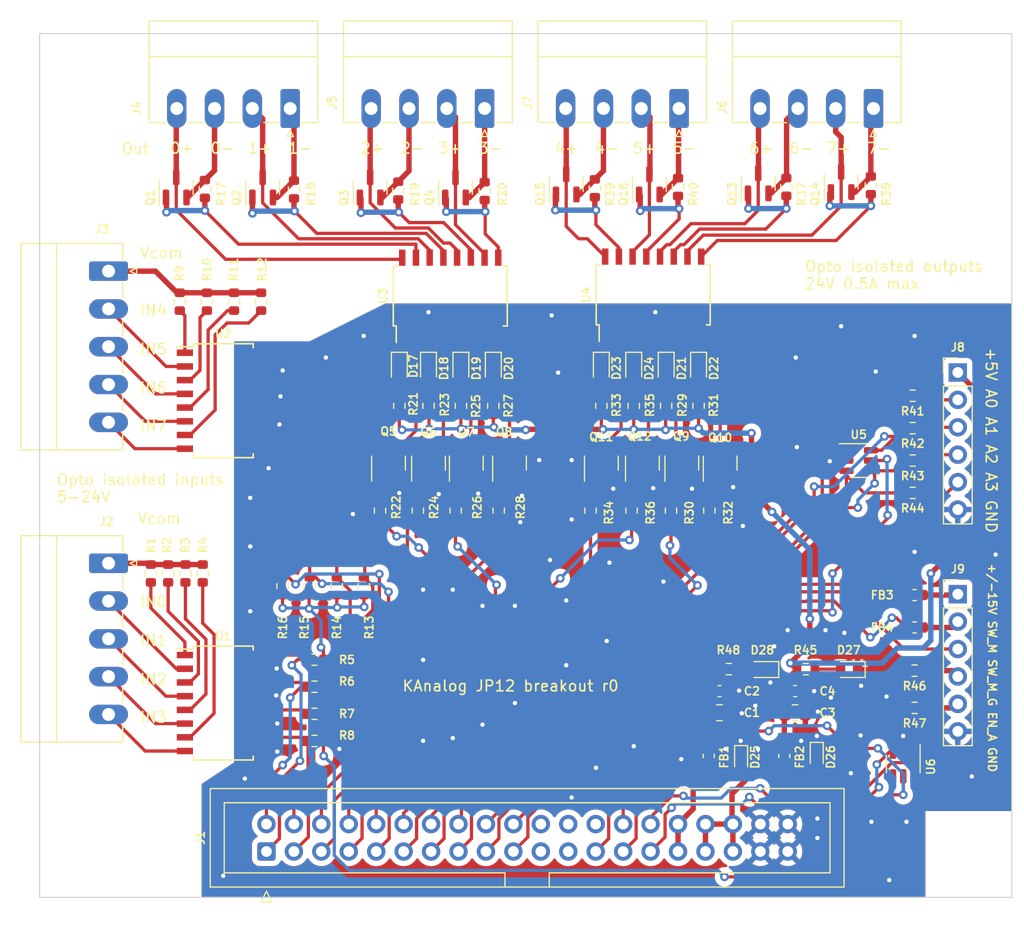
<source format=kicad_pcb>
(kicad_pcb (version 20221018) (generator pcbnew)
  (layers (0 "F.Cu" signal) (31 "B.Cu" signal) (34 "B.Paste" user) (35 "F.Paste" user) (36 "B.SilkS" user "B.Silkscreen") (37 "F.SilkS" user "F.Silkscreen") (38 "B.Mask" user) (39 "F.Mask" user) (44 "Edge.Cuts" user))
  (net 0 "")
  (net 1 "+3V3")
  (net 2 "GND")
  (net 3 "+5V")
  (net 4 "Net-(D17-K)")
  (net 5 "Net-(D17-A)")
  (net 6 "Net-(D18-K)")
  (net 7 "Net-(D18-A)")
  (net 8 "Net-(D19-K)")
  (net 9 "Net-(D19-A)")
  (net 10 "Net-(D20-K)")
  (net 11 "Net-(D20-A)")
  (net 12 "Net-(D21-K)")
  (net 13 "Net-(D21-A)")
  (net 14 "Net-(D22-K)")
  (net 15 "Net-(D22-A)")
  (net 16 "Net-(D23-K)")
  (net 17 "Net-(D23-A)")
  (net 18 "Net-(D24-K)")
  (net 19 "Net-(D24-A)")
  (net 20 "/3.3V")
  (net 21 "/5V")
  (net 22 "+15V")
  (net 23 "Net-(J1-Pin_25)")
  (net 24 "Net-(J1-Pin_27)")
  (net 25 "-15V")
  (net 26 "/IN0")
  (net 27 "/IN1")
  (net 28 "/IN2")
  (net 29 "/IN3")
  (net 30 "/IN4")
  (net 31 "/IN5")
  (net 32 "/IN6")
  (net 33 "/IN7")
  (net 34 "/OUT0")
  (net 35 "/OUT1")
  (net 36 "/OUT2")
  (net 37 "/OUT3")
  (net 38 "/OUT4")
  (net 39 "/OUT5")
  (net 40 "/OUT6")
  (net 41 "/OUT7")
  (net 42 "/AIN0")
  (net 43 "/AIN1")
  (net 44 "/AIN2")
  (net 45 "/AIN3")
  (net 51 "/SW_MISC")
  (net 52 "/EN_ALL")
  (net 53 "/SW_MISC_G")
  (net 54 "/Inputs0/VCommon")
  (net 55 "/Inputs0/IN0")
  (net 56 "/Inputs0/IN1")
  (net 57 "/Inputs0/IN2")
  (net 58 "/Inputs0/IN3")
  (net 59 "/Inputs1/VCommon")
  (net 60 "/Inputs1/IN0")
  (net 61 "/Inputs1/IN1")
  (net 62 "/Inputs1/IN2")
  (net 63 "/Inputs1/IN3")
  (net 64 "/Outputs0/OUT0+")
  (net 65 "/Outputs0/OUT0-")
  (net 66 "/Outputs0/OUT1+")
  (net 67 "/Outputs0/OUT1-")
  (net 68 "/Outputs0/OUT2+")
  (net 69 "/Outputs0/OUT2-")
  (net 70 "/Outputs0/OUT3+")
  (net 71 "/Outputs0/OUT3-")
  (net 72 "/Outputs1/OUT2+")
  (net 73 "/Outputs1/OUT2-")
  (net 74 "/Outputs1/OUT3+")
  (net 75 "/Outputs1/OUT3-")
  (net 76 "/Outputs1/OUT0+")
  (net 77 "/Outputs1/OUT0-")
  (net 78 "/Outputs1/OUT1+")
  (net 79 "/Outputs1/OUT1-")
  (net 80 "Net-(J8-Pin_2)")
  (net 81 "Net-(J8-Pin_3)")
  (net 82 "Net-(J8-Pin_4)")
  (net 83 "Net-(J8-Pin_5)")
  (net 84 "Net-(J9-Pin_4)")
  (net 85 "Net-(J9-Pin_5)")
  (net 86 "Net-(Q1-B)")
  (net 87 "Net-(Q2-B)")
  (net 88 "Net-(Q3-B)")
  (net 89 "Net-(Q4-B)")
  (net 90 "Net-(Q5-B)")
  (net 91 "Net-(Q5-C)")
  (net 92 "Net-(Q6-B)")
  (net 93 "Net-(Q6-C)")
  (net 94 "Net-(Q7-B)")
  (net 95 "Net-(Q7-C)")
  (net 96 "Net-(Q8-B)")
  (net 97 "Net-(Q8-C)")
  (net 98 "Net-(Q9-B)")
  (net 99 "Net-(Q9-C)")
  (net 100 "Net-(Q10-B)")
  (net 101 "Net-(Q10-C)")
  (net 102 "Net-(Q11-B)")
  (net 103 "Net-(Q11-C)")
  (net 104 "Net-(Q12-B)")
  (net 105 "Net-(Q12-C)")
  (net 106 "Net-(Q13-B)")
  (net 107 "Net-(Q14-B)")
  (net 108 "Net-(Q15-B)")
  (net 109 "Net-(Q16-B)")
  (net 112 "Net-(D27-A)")
  (net 113 "Net-(D28-A)")
  (net 114 "Net-(R1-Pad2)")
  (net 115 "Net-(R2-Pad2)")
  (net 116 "Net-(R3-Pad2)")
  (net 117 "Net-(R4-Pad2)")
  (net 118 "Net-(R9-Pad2)")
  (net 119 "Net-(R10-Pad2)")
  (net 120 "Net-(R11-Pad2)")
  (net 121 "Net-(R12-Pad2)")
  (footprint "Package_TO_SOT_SMD:SOT-23" (layer "F.Cu") (at 106.6 100.2375 90)
    (fp_text reference "Q3")
    (fp_text value "DSS4240T")
  )
  (footprint "Package_TO_SOT_SMD:SOT-23" (layer "F.Cu") (at 115.5 125.775 90)
    (fp_text reference "Q7")
    (fp_text value "SS8050")
  )
  (footprint "Package_TO_SOT_SMD:SOT-23" (layer "F.Cu") (at 96.65 100.2375 90)
    (fp_text reference "Q2")
    (fp_text value "DSS4240T")
  )
  (footprint "LED_SMD:LED_0603_1608Metric" (layer "F.Cu") (at 109.3 117 -90)
    (fp_text reference "D17")
    (fp_text value "LED_GREEN")
  )
  (footprint "Resistor_SMD:R_0603_1608Metric" (layer "F.Cu") (at 98.49 137.175 90)
    (fp_text reference "R16")
    (fp_text value "10K")
  )
  (footprint "Resistor_SMD:R_0603_1608Metric" (layer "F.Cu") (at 99.55 100.4375 -90)
    (fp_text reference "R18")
    (fp_text value "220R")
  )
  (footprint "Resistor_SMD:R_0603_1608Metric" (layer "F.Cu") (at 91.49 110.825 -90)
    (fp_text reference "R10")
    (fp_text value "4.12K")
  )
  (footprint "Resistor_SMD:R_0603_1608Metric" (layer "F.Cu") (at 112 120.475 90)
    (fp_text reference "R23")
    (fp_text value "330R")
  )
  (footprint "Package_TO_SOT_SMD:SOT-23-6" (layer "F.Cu") (at 151.825 125.54)
    (fp_text reference "U5")
    (fp_text value "USBLC6-4SC6")
  )
  (footprint "Package_TO_SOT_SMD:SOT-23" (layer "F.Cu") (at 132.45 99.9625 90)
    (fp_text reference "Q16")
    (fp_text value "DSS4240T")
  )
  (footprint "Resistor_SMD:R_0603_1608Metric" (layer "F.Cu") (at 118.5 130.175 90)
    (fp_text reference "R28")
    (fp_text value "330R")
  )
  (footprint "LED_SMD:LED_0603_1608Metric" (layer "F.Cu") (at 115 117 -90)
    (fp_text reference "D19")
    (fp_text value "LED_GREEN")
  )
  (footprint "Connector_Phoenix_MC:PhoenixContact_MC_1,5_4-G-3.5_1x04_P3.50mm_Horizontal" (layer "F.Cu") (at 117.195 92.9325 180)
    (fp_text reference "J5")
    (fp_text value "TERM-BLK-4H")
  )
  (footprint "Resistor_SMD:R_0603_1608Metric" (layer "F.Cu") (at 131 120.475 90)
    (fp_text reference "R35")
    (fp_text value "330R")
  )
  (footprint "Resistor_SMD:R_0603_1608Metric" (layer "F.Cu") (at 107.515 130.175 90)
    (fp_text reference "R22")
    (fp_text value "330R")
  )
  (footprint "Package_TO_SOT_SMD:SOT-23" (layer "F.Cu") (at 150.2 99.7375 90)
    (fp_text reference "Q14")
    (fp_text value "DSS4240T")
  )
  (footprint "Package_TO_SOT_SMD:SOT-23" (layer "F.Cu") (at 119.5 125.775 90)
    (fp_text reference "Q8")
    (fp_text value "SS8050")
  )
  (footprint "Capacitor_SMD:C_0805_2012Metric" (layer "F.Cu") (at 138.9375 148.9)
    (fp_text reference "C1")
    (fp_text value "10uF")
  )
  (footprint "Resistor_SMD:R_0603_1608Metric" (layer "F.Cu") (at 134 120.475 90)
    (fp_text reference "R29")
    (fp_text value "330R")
  )
  (footprint "Resistor_SMD:R_0603_1608Metric" (layer "F.Cu") (at 115 120.475 90)
    (fp_text reference "R25")
    (fp_text value "330R")
  )
  (footprint "Resistor_SMD:R_0603_1608Metric" (layer "F.Cu") (at 145.125 100.2 -90)
    (fp_text reference "R37")
    (fp_text value "220R")
  )
  (footprint "Package_TO_SOT_SMD:SOT-23-6" (layer "F.Cu") (at 155.95 153.65 -90)
    (fp_text reference "U6")
    (fp_text value "USBLC6-4SC6")
  )
  (footprint "Resistor_SMD:R_0603_1608Metric" (layer "F.Cu") (at 103.51 137.175 90)
    (fp_text reference "R14")
    (fp_text value "10K")
  )
  (footprint "Package_SO:SOIC-16W_5.3x10.2mm_P1.27mm" (layer "F.Cu") (at 93 120)
    (fp_text reference "U2")
    (fp_text value "ELQ3H4")
  )
  (footprint "Resistor_SMD:R_0603_1608Metric" (layer "F.Cu") (at 137 120.475 90)
    (fp_text reference "R31")
    (fp_text value "330R")
  )
  (footprint "Resistor_SMD:R_0603_1608Metric" (layer "F.Cu") (at 156.825 122.54 180)
    (fp_text reference "R42")
    (fp_text value "100R")
  )
  (footprint "Resistor_SMD:R_0603_1608Metric" (layer "F.Cu") (at 101.45 149 180)
    (fp_text reference "R7")
    (fp_text value "10K")
  )
  (footprint "Package_TO_SOT_SMD:SOT-23" (layer "F.Cu") (at 112 125.775 90)
    (fp_text reference "Q6")
    (fp_text value "SS8050")
  )
  (footprint "Resistor_SMD:R_0603_1608Metric" (layer "F.Cu") (at 109.2 100.5375 -90)
    (fp_text reference "R19")
    (fp_text value "220R")
  )
  (footprint "Resistor_SMD:R_0603_1608Metric" (layer "F.Cu") (at 101 137.175 90)
    (fp_text reference "R15")
    (fp_text value "10K")
  )
  (footprint "MountingHole:MountingHole_3.5mm" (layer "F.Cu") (at 80 90)
    (fp_text reference "H2" hide)
    (fp_text value "MountingHole")
  )
  (footprint "Resistor_SMD:R_0603_1608Metric" (layer "F.Cu") (at 94 110.825 -90)
    (fp_text reference "R11")
    (fp_text value "4.12K")
  )
  (footprint "Resistor_SMD:R_0603_1608Metric" (layer "F.Cu") (at 101.45 146.49 180)
    (fp_text reference "R6")
    (fp_text value "10K")
  )
  (footprint "Resistor_SMD:R_0603_1608Metric" (layer "F.Cu") (at 101.45 143.98 180)
    (fp_text reference "R5")
    (fp_text value "10K")
  )
  (footprint "Resistor_SMD:R_0603_1608Metric" (layer "F.Cu") (at 117.2 100.5875 -90)
    (fp_text reference "R20")
    (fp_text value "220R")
  )
  (footprint "Resistor_SMD:R_0603_1608Metric" (layer "F.Cu") (at 157 148.45 180)
    (fp_text reference "R47")
    (fp_text value "100R")
  )
  (footprint "LED_SMD:LED_0603_1608Metric" (layer "F.Cu") (at 134 117 -90)
    (fp_text reference "D21")
    (fp_text value "LED_GREEN")
  )
  (footprint "Inductor_SMD:L_0603_1608Metric" (layer "F.Cu") (at 157 138 180)
    (fp_text reference "FB3")
    (fp_text value "FB_100R_3A")
  )
  (footprint "Resistor_SMD:R_0603_1608Metric" (layer "F.Cu") (at 156.825 125.54 180)
    (fp_text reference "R43")
    (fp_text value "100R")
  )
  (footprint "MountingHole:MountingHole_3.5mm" (layer "F.Cu") (at 80 162)
    (fp_text reference "H1" hide)
    (fp_text value "MountingHole")
  )
  (footprint "Package_SO:SOIC-16W_5.3x10.2mm_P1.27mm" (layer "F.Cu") (at 114.015 110.3 90)
    (fp_text reference "U3")
    (fp_text value "ELQ3H4")
  )
  (footprint "Resistor_SMD:R_0603_1608Metric" (layer "F.Cu") (at 138 130.175 90)
    (fp_text reference "R32")
    (fp_text value "330R")
  )
  (footprint "Resistor_SMD:R_0603_1608Metric" (layer "F.Cu") (at 157 145 180)
    (fp_text reference "R46")
    (fp_text value "100R")
  )
  (footprint "Resistor_SMD:R_0603_1608Metric" (layer "F.Cu") (at 139.8 144.86)
    (fp_text reference "R48")
    (fp_text value "4.12K")
  )
  (footprint "LED_SMD:LED_0603_1608Metric" (layer "F.Cu") (at 118 117 -90)
    (fp_text reference "D20")
    (fp_text value "LED_GREEN")
  )
  (footprint "Diode_SMD:D_SOD-523" (layer "F.Cu") (at 140.9375 153.2 -90)
    (fp_text reference "D25")
    (fp_text value "BSD5C031V")
  )
  (footprint "Connector_Phoenix_MC:PhoenixContact_MC_1,5_4-G-3.5_1x04_P3.50mm_Horizontal" (layer "F.Cu") (at 153.195 92.9325 180)
    (fp_text reference "J6")
    (fp_text value "TERM-BLK-4H")
  )
  (footprint "Resistor_SMD:R_0603_1608Metric" (layer "F.Cu") (at 87.9 136 -90)
    (fp_text reference "R2")
    (fp_text value "4.12K")
  )
  (footprint "Connector_Phoenix_MC:PhoenixContact_MC_1,5_4-G-3.5_1x04_P3.50mm_Horizontal" (layer "F.Cu") (at 135.195 92.9325 180)
    (fp_text reference "J7")
    (fp_text value "TERM-BLK-4H")
  )
  (footprint "Resistor_SMD:R_0603_1608Metric" (layer "F.Cu") (at 114.515 130.175 90)
    (fp_text reference "R26")
    (fp_text value "330R")
  )
  (footprint "Package_TO_SOT_SMD:SOT-23" (layer "F.Cu") (at 128 125.775 90)
    (fp_text reference "Q11")
    (fp_text value "SS8050")
  )
  (footprint "Inductor_SMD:L_0603_1608Metric" (layer "F.Cu") (at 137.9375 152.9 -90)
    (fp_text reference "FB1")
    (fp_text value "FB_100R_3A")
  )
  (footprint "LED_SMD:LED_0603_1608Metric" (layer "F.Cu") (at 137 117 -90)
    (fp_text reference "D22")
    (fp_text value "LED_GREEN")
  )
  (footprint "Connector_Phoenix_MC:PhoenixContact_MC_1,5_4-G-3.5_1x04_P3.50mm_Horizontal" (layer "F.Cu") (at 99.195 92.9325 180)
    (fp_text reference "J4")
    (fp_text value "TERM-BLK-4H")
  )
  (footprint "Resistor_SMD:R_0603_1608Metric" (layer "F.Cu") (at 101.45 151.51 180)
    (fp_text reference "R8")
    (fp_text value "10K")
  )
  (footprint "Resistor_SMD:R_0603_1608Metric" (layer "F.Cu") (at 118 120.475 90)
    (fp_text reference "R27")
    (fp_text value "330R")
  )
  (footprint "Resistor_SMD:R_0603_1608Metric" (layer "F.Cu") (at 156.825 119.54 180)
    (fp_text reference "R41")
    (fp_text value "100R")
  )
  (footprint "Resistor_SMD:R_0603_1608Metric" (layer "F.Cu") (at 111.015 130.175 90)
    (fp_text reference "R24")
    (fp_text value "330R")
  )
  (footprint "Resistor_SMD:R_0603_1608Metric" (layer "F.Cu") (at 127.4 100.325 -90)
    (fp_text reference "R39")
    (fp_text value "220R")
  )
  (footprint "LED_SMD:LED_0603_1608Metric" (layer "F.Cu") (at 131 117 -90)
    (fp_text reference "D24")
    (fp_text value "LED_GREEN")
  )
  (footprint "LED_SMD:LED_0603_1608Metric" (layer "F.Cu") (at 150.9375 144.9 180)
    (fp_text reference "D27")
    (fp_text value "LED_GREEN")
  )
  (footprint "LED_SMD:LED_0603_1608Metric" (layer "F.Cu") (at 112 117 -90)
    (fp_text reference "D18")
    (fp_text value "LED_GREEN")
  )
  (footprint "Inductor_SMD:L_0603_1608Metric" (layer "F.Cu") (at 144.9375 152.9 -90)
    (fp_text reference "FB2")
    (fp_text value "FB_100R_3A")
  )
  (footprint "Resistor_SMD:R_0603_1608Metric" (layer "F.Cu") (at 106.02 137.175 90)
    (fp_text reference "R13")
    (fp_text value "10K")
  )
  (footprint "Resistor_SMD:R_0603_1608Metric" (layer "F.Cu") (at 152.95 100.05 -90)
    (fp_text reference "R38")
    (fp_text value "220R")
  )
  (footprint "MountingHole:MountingHole_3.5mm" (layer "F.Cu") (at 162 90)
    (fp_text reference "H3" hide)
    (fp_text value "MountingHole")
  )
  (footprint "Connector_PinHeader_2.54mm:PinHeader_1x06_P2.54mm_Vertical" (layer "F.Cu") (at 161 117.38)
    (fp_text reference "J8")
    (fp_text value "Conn_01x06")
  )
  (footprint "LED_SMD:LED_0603_1608Metric" (layer "F.Cu") (at 128 117 -90)
    (fp_text reference "D23")
    (fp_text value "LED_GREEN")
  )
  (footprint "Resistor_SMD:R_0603_1608Metric" (layer "F.Cu") (at 135.1 100.2125 -90)
    (fp_text reference "R40")
    (fp_text value "220R")
  )
  (footprint "Package_TO_SOT_SMD:SOT-23" (layer "F.Cu") (at 139 125.775 90)
    (fp_text reference "Q10")
    (fp_text value "SS8050")
  )
  (footprint "Resistor_SMD:R_0603_1608Metric" (layer "F.Cu") (at 91.3 100.3875 -90)
    (fp_text reference "R17")
    (fp_text value "220R")
  )
  (footprint "Resistor_SMD:R_0603_1608Metric" (layer "F.Cu") (at 128 120.475 90)
    (fp_text reference "R33")
    (fp_text value "330R")
  )
  (footprint "Package_TO_SOT_SMD:SOT-23" (layer "F.Cu") (at 114.5 100.2375 90)
    (fp_text reference "Q4")
    (fp_text value "DSS4240T")
  )
  (footprint "Resistor_SMD:R_0603_1608Metric" (layer "F.Cu") (at 130.8 130.175 90)
    (fp_text reference "R36")
    (fp_text value "330R")
  )
  (footprint "MountingHole:MountingHole_3.5mm" (layer "F.Cu") (at 162 162)
    (fp_text reference "H4" hide)
    (fp_text value "MountingHole")
  )
  (footprint "Connector_Phoenix_MC:PhoenixContact_MC_1,5_5-G-3.5_1x05_P3.50mm_Horizontal" (layer "F.Cu") (at 82.3825 108 -90)
    (fp_text reference "J3")
    (fp_text value "TERM-BLK-5H")
  )
  (footprint "Resistor_SMD:R_0603_1608Metric" (layer "F.Cu") (at 86.3 136 -90)
    (fp_text reference "R1")
    (fp_text value "4.12K")
  )
  (footprint "Connector_PinHeader_2.54mm:PinHeader_1x06_P2.54mm_Vertical" (layer "F.Cu") (at 161 137.92)
    (fp_text reference "J9")
    (fp_text value "Conn_01x06")
  )
  (footprint "LED_SMD:LED_0603_1608Metric" (layer "F.Cu") (at 142.9375 144.9 180)
    (fp_text reference "D28")
    (fp_text value "LED_GREEN")
  )
  (footprint "Package_TO_SOT_SMD:SOT-23" (layer "F.Cu") (at 88.65 100.2375 90)
    (fp_text reference "Q1")
    (fp_text value "DSS4240T")
  )
  (footprint "Resistor_SMD:R_0603_1608Metric" (layer "F.Cu") (at 109.3 120.475 90)
    (fp_text reference "R21")
    (fp_text value "330R")
  )
  (footprint "Diode_SMD:D_SOD-523" (layer "F.Cu") (at 147.9375 152.9 -90)
    (fp_text reference "D26")
    (fp_text value "PESD5V0S1BBN")
  )
  (footprint "Resistor_SMD:R_0603_1608Metric" (layer "F.Cu") (at 88.98 110.825 -90)
    (fp_text reference "R9")
    (fp_text value "4.12K")
  )
  (footprint "Connector_Phoenix_MC:PhoenixContact_MC_1,5_5-G-3.5_1x05_P3.50mm_Horizontal" (layer "F.Cu") (at 82.3825 135.055 -90)
    (fp_text reference "J2")
    (fp_text value "TERM-BLK-5H")
  )
  (footprint "Connector_IDC:IDC-Header_2x20_P2.54mm_Vertical" (layer "F.Cu") (at 97 161.7525 90)
    (fp_text reference "J1")
    (fp_text value "Conn_02x20_Odd_Even")
  )
  (footprint "Resistor_SMD:R_0603_1608Metric" (layer "F.Cu") (at 89.5 136 -90)
    (fp_text reference "R3")
    (fp_text value "4.12K")
  )
  (footprint "Resistor_SMD:R_0603_1608Metric" (layer "F.Cu") (at 156.825 128.54 180)
    (fp_text reference "R44")
    (fp_text value "100R")
  )
  (footprint "Resistor_SMD:R_0603_1608Metric" (layer "F.Cu") (at 127 130.175 90)
    (fp_text reference "R34")
    (fp_text value "330R")
  )
  (footprint "Package_TO_SOT_SMD:SOT-23" (layer "F.Cu") (at 131.8 125.775 90)
    (fp_text reference "Q12")
    (fp_text value "SS8050")
  )
  (footprint "Package_TO_SOT_SMD:SOT-23" (layer "F.Cu") (at 135.45 125.775 90)
    (fp_text reference "Q9")
    (fp_text value "SS8050")
  )
  (footprint "Capacitor_SMD:C_0805_2012Metric" (layer "F.Cu") (at 145.9375 148.9)
    (fp_text reference "C3")
    (fp_text value "10uF")
  )
  (footprint "Capacitor_SMD:C_0603_1608Metric" (layer "F.Cu") (at 138.9375 146.9)
    (fp_text reference "C2")
    (fp_text value "0.1uF")
  )
  (footprint "Package_SO:SOIC-16W_5.3x10.2mm_P1.27mm" (layer "F.Cu") (at 93 148)
    (fp_text reference "U1")
    (fp_text value "ELQ3H4")
  )
  (footprint "Capacitor_SMD:C_0603_1608Metric" (layer "F.Cu") (at 145.9375 146.9)
    (fp_text reference "C4")
    (fp_text value "0.1uF")
  )
  (footprint "Resistor_SMD:R_0603_1608Metric" (layer "F.Cu") (at 134.45 130.175 90)
    (fp_text reference "R30")
    (fp_text value "330R")
  )
  (footprint "Package_TO_SOT_SMD:SOT-23" (layer "F.Cu") (at 142.525 99.8625 90)
    (fp_text reference "Q13")
    (fp_text value "DSS4240T")
  )
  (footprint "Inductor_SMD:L_0603_1608Metric" (layer "F.Cu") (at 157 141)
    (fp_text reference "FB4")
    (fp_text value "FB_100R_3A")
  )
  (footprint "Package_TO_SOT_SMD:SOT-23" (layer "F.Cu") (at 108.3 125.775 90)
    (fp_text reference "Q5")
    (fp_text value "SS8050")
  )
  (footprint "Package_TO_SOT_SMD:SOT-23" (layer "F.Cu") (at 124.75 99.9625 90)
    (fp_text reference "Q15")
    (fp_text value "DSS4240T")
  )
  (footprint "Resistor_SMD:R_0603_1608Metric" (layer "F.Cu") (at 91.1 136 -90)
    (fp_text reference "R4")
    (fp_text value "4.12K")
  )
  (footprint "Resistor_SMD:R_0603_1608Metric" (layer "F.Cu") (at 96.51 110.825 -90)
    (fp_text reference "R12")
    (fp_text value "4.12K")
  )
  (footprint "Package_SO:SOIC-16W_5.3x10.2mm_P1.27mm" (layer "F.Cu") (at 132.8 110.2 90)
    (fp_text reference "U4")
    (fp_text value "ELQ3H4")
  )
  (footprint "Resistor_SMD:R_0603_1608Metric" (layer "F.Cu") (at 146.9375 144.86)
    (fp_text reference "R45")
    (fp_text value "4.12K")
  )
  (gr_line (start 76 166) (end 166 166) (stroke (width 0.1)) (layer "Edge.Cuts"))
  (gr_line (start 166 166) (end 166 86) (stroke (width 0.1)) (layer "Edge.Cuts"))
  (gr_line (start 76 86) (end 76 166) (stroke (width 0.1)) (layer "Edge.Cuts"))
  (gr_line (start 166 86) (end 76 86) (stroke (width 0.1)) (layer "Edge.Cuts"))
  (gr_text "3+  3-" (at 112.8 97.2) (layer "F.SilkS") (effects (font (size 1 1)) (justify left bottom)))
  (gr_text "IN0" (at 85.2 139.2) (layer "F.SilkS") (effects (font (size 1 1)) (justify left bottom)))
  (gr_text "IN4" (at 85.2 112.2) (layer "F.SilkS") (effects (font (size 1 1)) (justify left bottom)))
  (gr_text "4+  4-" (at 123.6 97.2) (layer "F.SilkS") (effects (font (size 1 1)) (justify left bottom)))
  (gr_text "Vcom" (at 85 131.5) (layer "F.SilkS") (effects (font (size 1 1)) (justify left bottom)))
  (gr_text "IN5" (at 85.2 115.8) (layer "F.SilkS") (effects (font (size 1 1)) (justify left bottom)))
  (gr_text "KAnalog JP12 breakout r0" (at 109.5 147) (layer "F.SilkS") (effects (font (size 1 1)) (justify left bottom)))
  (gr_text "Out" (at 83.5 97.25) (layer "F.SilkS") (effects (font (size 1 1)) (justify left bottom)))
  (gr_text "6+  6-" (at 141.6 97.2) (layer "F.SilkS") (effects (font (size 1 1)) (justify left bottom)))
  (gr_text "1+  1-" (at 95.2 97.2) (layer "F.SilkS") (effects (font (size 1 1)) (justify left bottom)))
  (gr_text "0+  0-" (at 88 97.2) (layer "F.SilkS") (effects (font (size 1 1)) (justify left bottom)))
  (gr_text "IN1" (at 85.2 142.8) (layer "F.SilkS") (effects (font (size 1 1)) (justify left bottom)))
  (gr_text "5+  5-" (at 130.8 97.2) (layer "F.SilkS") (effects (font (size 1 1)) (justify left bottom)))
  (gr_text "+/-15V SW_M SW_M_G EN_A GND" (at 163.75 135 270) (layer "F.SilkS") (effects (font (size 0.75 0.75)) (justify left bottom)))
  (gr_text "+5V A0 A1 A2 A3 GND" (at 163.5 115 -90) (layer "F.SilkS") (effects (font (size 1 1)) (justify left bottom)))
  (gr_text "Vcom" (at 85.2 106.9) (layer "F.SilkS") (effects (font (size 1 1)) (justify left bottom)))
  (gr_text "Opto isolated inputs\n5-24V" (at 77.5 129.5) (layer "F.SilkS") (effects (font (size 1 1)) (justify left bottom)))
  (gr_text "IN6" (at 85.2 119.4) (layer "F.SilkS") (effects (font (size 1 1)) (justify left bottom)))
  (gr_text "IN7" (at 85.2 122.9) (layer "F.SilkS") (effects (font (size 1 1)) (justify left bottom)))
  (gr_text "2+  2-" (at 105.6 97.2) (layer "F.SilkS") (effects (font (size 1 1)) (justify left bottom)))
  (gr_text "IN3" (at 85.2 149.9) (layer "F.SilkS") (effects (font (size 1 1)) (justify left bottom)))
  (gr_text "7+  7-" (at 148.8 97.2) (layer "F.SilkS") (effects (font (size 1 1)) (justify left bottom)))
  (gr_text "IN2" (at 85.2 146.4) (layer "F.SilkS") (effects (font (size 1 1)) (justify left bottom)))
  (gr_text "Opto isolated outputs\n24V 0.5A max" (at 146.75 109.75) (layer "F.SilkS") (effects (font (size 1 1)) (justify left bottom)))
  (segment (start 102.275 151.51) (end 102.275 152.875) (width 0.3) (layer "F.Cu") (net 1))
  (segment (start 102.275 143.98) (end 102.275 151.51) (width 0.3) (layer "F.Cu") (net 1))
  (segment (start 155.95 154.7875) (end 155.95 156.5) (width 0.3) (layer "F.Cu") (net 1))
  (segment (start 100.95 138.05) (end 101 138) (width 0.3) (layer "F.Cu") (net 1))
  (segment (start 137.9375 152.1125) (end 137.9375 148.95) (width 0.5) (layer "F.Cu") (net 1))
  (segment (start 103.51 139.11) (end 103.55 139.15) (width 0.3) (layer "F.Cu") (net 1))
  (segment (start 137.9375 148.95) (end 137.9875 148.9) (width 0.5) (layer "F.Cu") (net 1))
  (segment (start 137.9875 147.075) (end 138.1625 146.9) (width 0.5) (layer "F.Cu") (net 1))
  (segment (start 102.275 152.875) (end 102.3 152.9) (width 0.3) (layer "F.Cu") (net 1))
  (segment (start 138.1625 146.9) (end 138.1625 145.7125) (width 0.5) (layer "F.Cu") (net 1))
  (segment (start 98.49 139.19) (end 98.5 139.2) (width 0.3) (layer "F.Cu") (net 1))
  (segment (start 144.425 139.45) (end 138.975 144.9) (width 0.3) (layer "F.Cu") (net 1))
  (segment (start 152.9625 125.54) (end 154.31 125.54) (width 0.3) (layer "F.Cu") (net 1))
  (segment (start 149.25 139.45) (end 144.425 139.45) (width 0.3) (layer "F.Cu") (net 1))
  (segment (start 154.5 130.9) (end 149.4 136) (width 0.3) (layer "F.Cu") (net 1))
  (segment (start 102.275 143.98) (end 102.275 143.075) (width 0.3) (layer "F.Cu") (net 1))
  (segment (start 146.839339 164.1) (end 154.439339 156.5) (width 0.3) (layer "F.Cu") (net 1))
  (segment (start 106.02 139.07) (end 106.05 139.1) (width 0.3) (layer "F.Cu") (net 1))
  (segment (start 139.6875 150.6) (end 137.9875 148.9) (width 0.3) (layer "F.Cu") (net 1))
  (segment (start 151 152.2) (end 148.9 150.1) (width 0.3) (layer "F.Cu") (net 1))
  (segment (start 137.9875 148.9) (end 137.9875 147.075) (width 0.5) (layer "F.Cu") (net 1))
  (segment (start 100.95 139.25) (end 100.95 138.05) (width 0.3) (layer "F.Cu") (net 1))
  (segment (start 154.439339 156.5) (end 155.95 156.5) (width 0.3) (layer "F.Cu") (net 1))
  (segment (start 102.275 143.075) (end 102.05 142.85) (width 0.3) (layer "F.Cu") (net 1))
  (segment (start 139.4 164.1) (end 146.839339 164.1) (width 0.3) (layer "F.Cu") (net 1))
  (segment (start 154.5 130.6) (end 154.5 130.9) (width 0.3) (layer "F.Cu") (net 1))
  (segment (start 153.6 152.2) (end 151 152.2) (width 0.3) (layer "F.Cu") (net 1))
  (segment (start 143.5 150.6) (end 139.6875 150.6) (width 0.3) (layer "F.Cu") (net 1))
  (segment (start 103.51 138) (end 103.51 139.11) (width 0.3) (layer "F.Cu") (net 1))
  (segment (start 138.1625 145.7125) (end 138.975 144.9) (width 0.5) (layer "F.Cu") (net 1))
  (segment (start 106.02 138) (end 106.02 139.07) (width 0.3) (layer "F.Cu") (net 1))
  (segment (start 154.31 125.54) (end 154.45 125.4) (width 0.3) (layer "F.Cu") (net 1))
  (segment (start 149.4 139.6) (end 149.25 139.45) (width 0.3) (layer "F.Cu") (net 1))
  (segment (start 98.49 138) (end 98.49 139.19) (width 0.3) (layer "F.Cu") (net 1))
  (via (at 148.9 150.1) (size 0.8) (drill 0.4) (layers "F.Cu" "B.Cu") (net 1))
  (via (at 155.95 156.5) (size 0.8) (drill 0.4) (layers "F.Cu" "B.Cu") (net 1))
  (via (at 154.5 130.6) (size 0.8) (drill 0.4) (layers "F.Cu" "B.Cu") (net 1))
  (via (at 143.5 150.6) (size 0.8) (drill 0.4) (layers "F.Cu" "B.Cu") (net 1))
  (via (at 102.05 142.85) (size 0.8) (drill 0.4) (layers "F.Cu" "B.Cu") (net 1))
  (via (at 149.4 139.6) (size 0.8) (drill 0.4) (layers "F.Cu" "B.Cu") (net 1))
  (via (at 100.95 139.25) (size 0.8) (drill 0.4) (layers "F.Cu" "B.Cu") (net 1))
  (via (at 149.4 136) (size 0.8) (drill 0.4) (layers "F.Cu" "B.Cu") (net 1))
  (via (at 106.05 139.1) (size 0.8) (drill 0.4) (layers "F.Cu" "B.Cu") (net 1))
  (via (at 98.5 139.2) (size 0.8) (drill 0.4) (layers "F.Cu" "B.Cu") (net 1))
  (via (at 103.55 139.15) (size 0.8) (drill 0.4) (layers "F.Cu" "B.Cu") (net 1))
  (via (at 139.4 164.1) (size 0.8) (drill 0.4) (layers "F.Cu" "B.Cu") (net 1))
  (via (at 154.45 125.4) (size 0.8) (drill 0.4) (layers "F.Cu" "B.Cu") (net 1))
  (via (at 102.3 152.9) (size 0.8) (drill 0.4) (layers "F.Cu" "B.Cu") (net 1))
  (via (at 153.6 152.2) (size 0.8) (drill 0.4) (layers "F.Cu" "B.Cu") (net 1))
  (segment (start 148.9 150.1) (end 144 150.1) (width 0.3) (layer "B.Cu") (net 1))
  (segment (start 102.05 142.85) (end 102.05 140.35) (width 0.3) (layer "B.Cu") (net 1))
  (segment (start 155.95 154.55) (end 153.6 152.2) (width 0.3) (layer "B.Cu") (net 1))
  (segment (start 102.3 152.9) (end 103.28 153.88) (width 0.3) (layer "B.Cu") (net 1))
  (segment (start 102.05 140.35) (end 100.95 139.25) (width 0.3) (layer "B.Cu") (net 1))
  (segment (start 101.05 139.15) (end 100.95 139.25) (width 0.3) (layer "B.Cu") (net 1))
  (segment (start 103.28 162.109557) (end 104.670443 163.5) (width 0.3) (layer "B.Cu") (net 1))
  (segment (start 155.95 156.5) (end 155.95 154.55) (width 0.3) (layer "B.Cu") (net 1))
  (segment (start 100.9 139.2) (end 100.95 139.25) (width 0.3) (layer "B.Cu") (net 1))
  (segment (start 138.8 163.5) (end 139.4 164.1) (width 0.3) (layer "B.Cu") (net 1))
  (segment (start 104.670443 163.5) (end 138.8 163.5) (width 0.3) (layer "B.Cu") (net 1))
  (segment (start 103.6 139.1) (end 103.55 139.15) (width 0.3) (layer "B.Cu") (net 1))
  (segment (start 149.4 136) (end 149.4 139.6) (width 0.3) (layer "B.Cu") (net 1))
  (segment (start 144 150.1) (end 143.5 150.6) (width 0.3) (layer "B.Cu") (net 1))
  (segment (start 98.5 139.2) (end 100.9 139.2) (width 0.3) (layer "B.Cu") (net 1))
  (segment (start 154.45 125.4) (end 154.45 130.55) (width 0.3) (layer "B.Cu") (net 1))
  (segment (start 154.45 130.55) (end 154.5 130.6) (width 0.3) (layer "B.Cu") (net 1))
  (segment (start 103.55 139.15) (end 101.05 139.15) (width 0.3) (layer "B.Cu") (net 1))
  (segment (start 106.05 139.1) (end 103.6 139.1) (width 0.3) (layer "B.Cu") (net 1))
  (segment (start 103.28 153.88) (end 103.28 162.109557) (width 0.3) (layer "B.Cu") (net 1))
  (segment (start 97.945 152.445) (end 98 152.5) (width 0.3) (layer "F.Cu") (net 2))
  (segment (start 128.95 128) (end 129.1 128.15) (width 0.3) (layer "F.Cu") (net 2))
  (segment (start 132.75 128.05) (end 132.8 128.1) (width 0.3) (layer "F.Cu") (net 2))
  (segment (start 96.55 125.6) (end 97.2 126.25) (width 0.3) (layer "F.Cu") (net 2))
  (segment (start 116.45 128.45) (end 116.6 128.6) (width 0.3) (layer "F.Cu") (net 2))
  (segment (start 97.925 144.825) (end 97.95 144.8) (width 0.3) (layer "F.Cu") (net 2))
  (segment (start 147.9375 151.0625) (end 147.95 151.05) (width 0.5) (layer "F.Cu") (net 2))
  (segment (start 109.25 127.175) (end 109.25 128.5) (width 0.3) (layer "F.Cu") (net 2))
  (segment (start 139.7125 146.9) (end 140.7 146.9) (width 0.5) (layer "F.Cu") (net 2))
  (segment (start 116.45 127.1125) (end 116.45 128.45) (width 0.3) (layer "F.Cu") (net 2))
  (segment (start 143.725 146.025) (end 143.65 146.1) (width 0.5) (layer "F.Cu") (net 2))
  (segment (start 140.9375 152.5) (end 140.9375 151.5375) (width 0.5) (layer "F.Cu") (net 2))
  (segment (start 147.9375 152.2) (end 147.9375 151.0625) (width 0.5) (layer "F.Cu") (net 2))
  (segment (start 98.3 119.6) (end 98.065 119.365) (width 0.3) (layer "F.Cu") (net 2))
  (segment (start 140.7 146.9) (end 140.75 146.85) (width 0.5) (layer "F.Cu") (net 2))
  (segment (start 96.55 147.365) (end 97.835 147.365) (width 0.3) (layer "F.Cu") (net 2))
  (segment (start 96.55 144.825) (end 97.925 144.825) (width 0.3) (layer "F.Cu") (net 2))
  (segment (start 128.95 126.65) (end 128.95 128) (width 0.3) (layer "F.Cu") (net 2))
  (segment (start 136.4 126.7125) (end 136.4 128.15) (width 0.3) (layer "F.Cu") (net 2))
  (segment (start 120.45 128.6) (end 120.65 128.8) (width 0.3) (layer "F.Cu") (net 2))
  (segment (start 140.95 148.9) (end 141 148.95) (width 0.5) (layer "F.Cu") (net 2))
  (segment (start 109.25 128.5) (end 109.3 128.55) (width 0.3) (layer "F.Cu") (net 2))
  (segment (start 146.7125 146.9) (end 147.7 146.9) (width 0.5) (layer "F.Cu") (net 2))
  (segment (start 96.55 152.445) (end 97.945 152.445) (width 0.3) (layer "F.Cu") (net 2))
  (segment (start 96.55 149.905) (end 97.995 149.905) (width 0.3) (layer "F.Cu") (net 2))
  (segment (start 98.5 117.2) (end 98.125 116.825) (width 0.3) (layer "F.Cu") (net 2))
  (segment (start 98.065 119.365) (end 96.55 119.365) (width 0.3) (layer "F.Cu") (net 2))
  (segment (start 149.21 125.54) (end 149.15 125.6) (width 0.3) (layer "F.Cu") (net 2))
  (segment (start 139.95 126.5875) (end 139.95 127.75) (width 0.3) (layer "F.Cu") (net 2))
  (segment (start 139.95 127.75) (end 140.2 128) (width 0.3) (layer "F.Cu") (net 2))
  (segment (start 97.995 149.905) (end 98 149.9) (width 0.3) (layer "F.Cu") (net 2))
  (segment (start 147.95 148.9) (end 148.05 148.8) (width 0.5) (layer "F.Cu") (net 2))
  (segment (start 120.45 127.1125) (end 120.45 128.6) (width 0.3) (layer "F.Cu") (net 2))
  (segment (start 155.95 152.5125) (end 155.95 151.05) (width 0.3) (layer "F.Cu") (net 2))
  (segment (start 140.9375 151.5375) (end 140.9 151.5) (width 0.5) (layer "F.Cu") (net 2))
  (segment (start 98.2 122.2) (end 97.905 121.905) (width 0.3) (layer "F.Cu") (net 2))
  (segment (start 97.835 147.365) (end 97.9 147.3) (width 0.3) (layer "F.Cu") (net 2))
  (segment (start 139.8875 148.9) (end 140.95 148.9) (width 0.5) (layer "F.Cu") (net 2))
  (segment (start 97.905 121.905) (end 96.55 121.905) (width 0.3) (layer "F.Cu") (net 2))
  (segment (start 151.725 146.075) (end 152.05 146.4) (width 0.5) (layer "F.Cu") (net 2))
  (segment (start 143.725 144.9) (end 143.725 146.025) (width 0.5) (layer "F.Cu") (net 2))
  (segment (start 98.125 116.825) (end 96.55 116.825) (width 0.3) (layer "F.Cu") (net 2))
  (segment (start 132.75 126.7125) (end 132.75 128.05) (width 0.3) (layer "F.Cu") (net 2))
  (segment (start 146.8875 148.9) (end 147.95 148.9) (width 0.5) (layer "F.Cu") (net 2))
  (segment (start 151.725 144.9) (end 151.725 146.075) (width 0.5) (layer "F.Cu") (net 2))
  (segment (start 96.55 124.445) (end 96.55 125.6) (width 0.3) (layer "F.Cu") (net 2))
  (segment (start 150.6875 125.54) (end 149.21 125.54) (width 0.3) (layer "F.Cu") (net 2))
  (segment (start 112.95 127.1125) (end 112.95 128.65) (width 0.3) (layer "F.Cu") (net 2))
  (via (at 125.25 156.75) (size 0.8) (drill 0.4) (layers "F.Cu" "B.Cu") (net 2))
  (via (at 148 160.5) (size 0.8) (drill 0.4) (layers "F.Cu" "B.Cu") (net 2))
  (via (at 122.25 125.5) (size 0.8) (drill 0.4) (layers "F.Cu" "B.Cu") (net 2))
  (via (at 120.5 131.25) (size 0.8) (drill 0.4) (layers "F.Cu" "B.Cu") (net 2))
  (via (at 145.25 141.25) (size 0.8) (drill 0.4) (layers "F.Cu" "B.Cu") (net 2))
  (via (at 142.25 148.25) (size 0.8) (drill 0.4) (layers "F.Cu" "B.Cu") (net 2))
  (via (at 117 139) (size 0.8) (drill 0.4) (layers "F.Cu" "B.Cu") (net 2))
  (via (at 152 151) (size 0.8) (drill 0.4) (layers "F.Cu" "B.Cu") (net 2))
  (via (at 146 116) (size 0.8) (drill 0.4) (layers "F.Cu" "B.Cu") (net 2))
  (via (at 139.5 152.25) (size 0.8) (drill 0.4) (layers "F.Cu" "B.Cu") (net 2))
  (via (at 141 148.95) (size 0.8) (drill 0.4) (layers "F.Cu" "B.Cu") (net 2))
  (via (at 95.5 129) (size 0.8) (drill 0.4) (layers "F.Cu" "B.Cu") (net 2))
  (via (at 149.15 125.6) (size 0.8) (drill 0.4) (layers "F.Cu" "B.Cu") (net 2))
  (via (at 97.2 126.25) (size 0.8) (drill 0.4) (layers "F.Cu" "B.Cu") (net 2))
  (via (at 120 148) (size 0.8) (drill 0.4) (layers "F.Cu" "B.Cu") (net 2))
  (via (at 112 111.8) (size 0.8) (drill 0.4) (layers "F.Cu" "B.Cu") (net 2))
  (via (at 128.5 142.25) (size 0.8) (drill 0.4) (layers "F.Cu" "B.Cu") (net 2))
  (via (at 120 139) (size 0.8) (drill 0.4) (layers "F.Cu" "B.Cu") (net 2))
  (via (at 98.2 122.2) (size 0.8) (drill 0.4) (layers "F.Cu" "B.Cu") (net 2))
  (via (at 136.4 128.15) (size 0.8) (drill 0.4) (layers "F.Cu" "B.Cu") (net 2))
  (via (at 127.5 154) (size 0.8) (drill 0.4) (layers "F.Cu" "B.Cu") (net 2))
  (via (at 155.95 151.05) (size 0.8) (drill 0.4) (layers "F.Cu" "B.Cu") (net 2))
  (via (at 133.75 136.75) (size 0.8) (drill 0.4) (layers "F.Cu" "B.Cu") (net 2))
  (via (at 98.5 117.2) (size 0.8) (drill 0.4) (layers "F.Cu" "B.Cu") (net 2))
  (via (at 154.65 164.4) (size 0.8) (drill 0.4) (layers "F.Cu" "B.Cu") (net 2))
  (via (at 93 164) (size 0.8) (drill 0.4) (layers "F.Cu" "B.Cu") (net 2))
  (via (at 128.75 135) (size 0.8) (drill 0.4) (layers "F.Cu" "B.Cu") (net 2))
  (via (at 140.75 146.85) (size 0.8) (drill 0.4) (layers "F.Cu" "B.Cu") (net 2))
  (via (at 112.95 128.65) (size 0.8) (drill 0.4) (layers "F.Cu" "B.Cu") (net 2))
  (via (at 146.1 124.3) (size 0.8) (drill 0.4) (layers "F.Cu" "B.Cu") (net 2))
  (via (at 140.2 128) (size 0.8) (drill 0.4) (layers "F.Cu" "B.Cu") (net 2))
  (via (at 125.25 125.5) (size 0.8) (drill 0.4) (layers "F.Cu" "B.Cu") (net 2))
  (via (at 95 155) (size 0.8) (drill 0.4) (layers "F.Cu" "B.Cu") (net 2))
  (via (at 153.4 117.3) (size 0.8) (drill 0.4) (layers "F.Cu" "B.Cu") (net 2))
  (via (at 105 130.5) (size 0.8) (drill 0.4) (layers "F.Cu" "B.Cu") (net 2))
  (via (at 150.2 113.1) (size 0.8) (drill 0.4) (layers "F.Cu" "B.Cu") (net 2))
  (via (at 140.9 151.5) (size 0.8) (drill 0.4) (layers "F.Cu" "B.Cu") (net 2))
  (via (at 148 158.7) (size 0.8) (drill 0.4) (layers "F.Cu" "B.Cu") (net 2))
  (via (at 124.75 138.5) (size 0.8) (drill 0.4) (layers "F.Cu" "B.Cu") (net 2))
  (via (at 111.5 144) (size 0.8) (drill 0.4) (layers "F.Cu" "B.Cu") (net 2))
  (via (at 152.05 146.4) (size 0.8) (drill 0.4) (layers "F.Cu" "B.Cu") (net 2))
  (via (at 156.25 159) (size 0.8) (drill 0.4) (layers "F.Cu" "B.Cu") (net 2))
  (via (at 111.5 151.5) (size 0.8) (drill 0.4) (layers "F.Cu" "B.Cu") (net 2))
  (via (at 154.4 147.4) (size 0.8) (drill 0.4) (layers "F.Cu" "B.Cu") (net 2))
  (via (at 147.7 146.9) (size 0.8) (drill 0.4) (layers "F.Cu" "B.Cu") (net 2))
  (via (at 103.75 152.25) (size 0.8) (drill 0.4) (layers "F.Cu" "B.Cu") (net 2))
  (via (at 132.8 128.1) (size 0.8) (drill 0.4) (layers "F.Cu" "B.Cu") (net 2))
  (via (at 129.1 128.15) (size 0.8) (drill 0.4) (layers "F.Cu" "B.Cu") (net 2))
  (via (at 95.5 133.5) (size 0.8) (drill 0.4) (layers "F.Cu" "B.Cu") (net 2))
  (via (at 124.75 144.5) (size 0.8) (drill 0.4) (layers "F.Cu" "B.Cu") (net 2))
  (via (at 98.3 119.6) (size 0.8) (drill 0.4) (layers "F.Cu" "B.Cu") (net 2))
  (via (at 102.5 116) (size 0.8) (drill 0.4) (layers "F.Cu" "B.Cu") (net 2))
  (via (at 157 114) (size 0.8) (drill 0.4) (layers "F.Cu" "B.Cu") (net 2))
  (via (at 142.5 152.25) (size 0.8) (drill 0.4) (layers "F.Cu" "B.Cu") (net 2))
  (via (at 144 142.75) (size 0.8) (drill 0.4) (layers "F.Cu" "B.Cu") (net 2))
  (via (at 98 149.9) (size 0.8) (drill 0.4) (layers "F.Cu" "B.Cu") (net 2))
  (via (at 98 152.5) (size 0.8) (drill 0.4) (layers "F.Cu" "B.Cu") (net 2))
  (via (at 120.65 128.8) (size 0.8) (drill 0.4) (layers "F.Cu" "B.Cu") (net 2))
  (via (at 153 159) (size 0.8) (drill 0.4) (layers "F.Cu" "B.Cu") (net 2))
  (via (at 95.5 139.5) (size 0.8) (drill 0.4) (layers "F.Cu" "B.Cu") (net 2))
  (via (at 123.25 134.75) (size 0.8) (drill 0.4) (layers "F.Cu" "B.Cu") (net 2))
  (via (at 151.1 154.5) (size 0.8) (drill 0.4) (layers "F.Cu" "B.Cu") (net 2))
  (via (at 123.4 112.1) (size 0.8) (drill 0.4) (layers "F.Cu" "B.Cu") (net 2))
  (via (at 117 150) (size 0.8) (drill 0.4) (layers "F.Cu" "B.Cu") (net 2))
  (via (at 150.5 141.5) (size 0.8) (drill 0.4) (layers "F.Cu" "B.Cu") (net 2))
  (via (at 162.3 154.8) (size 0.8) (drill 0.4) (layers "F.Cu" "B.Cu") (net 2))
  (via (at 114.25 137.5) (size 0.8) (drill 0.4) (layers "F.Cu" "B.Cu") (net 2))
  (via (at 106 114) (size 0.8) (drill 0.4) (layers "F.Cu" "B.Cu") (net 2))
  (via (at 149.25 147.5) (size 0.8) (drill 0.4) (layers "F.Cu" "B.Cu") (net 2))
  (via (at 148.05 148.8) (size 0.8) (drill 0.4) (layers "F.Cu" "B.Cu") (net 2))
  (via (at 109.3 128.55) (size 0.8) (drill 0.4) (layers "F.Cu" "B.Cu") (net 2))
  (via (at 125.25 131) (size 0.8) (drill 0.4) (layers "F.Cu" "B.Cu") (net 2))
  (via (at 146.5 151.5) (size 0.8) (drill 0.4) (layers "F.Cu" "B.Cu") (net 2))
  (via (at 143.65 146.1) (size 0.8) (drill 0.4) (layers "F.Cu" "B.Cu") (net 2))
  (via (at 116.6 128.6) (size 0.8) (drill 0.4) (layers "F.Cu" "B.Cu") (net 2))
  (via (at 97.95 144.8) (size 0.8) (drill 0.4) (layers "F.Cu" "B.Cu") (net 2))
  (via (at 164.5 134.25) (size 0.8) (drill 0.4) (layers "F.Cu" "B.Cu") (net 2))
  (via (at 141.1 131.6) (size 0.8) (drill 0.4) (layers "F.Cu" "B.Cu") (net 2))
  (via (at 157 134) (size 0.8) (drill 0.4) (layers "F.Cu" "B.Cu") (net 2))
  (via (at 147.95 151.05) (size 0.8) (drill 0.4) (layers "F.Cu" "B.Cu") (net 2))
  (via (at 111.5 137.5) (size 0.8) (drill 0.4) (layers "F.Cu" "B.Cu") (net 2))
  (via (at 135.4 153.2) (size 0.8) (drill 0.4) (layers "F.Cu" "B.Cu") (net 2))
  (via (at 133 111.8) (size 0.8) (drill 0.4) (layers "F.Cu" "B.Cu") (net 2))
  (via (at 148.75 141.25) (size 0.8) (drill 0.4) (layers "F.Cu" "B.Cu") (net 2))
  (via (at 97.9 147.3) (size 0.8) (drill 0.4) (layers "F.Cu" "B.Cu") (net 2))
  (via (at 131 152) (size 0.8) (drill 0.4) (layers "F.Cu" "B.Cu") (net 2))
  (via (at 114.25 151.25) (size 0.8) (drill 0.4) (layers "F.Cu" "B.Cu") (net 2))
  (via (at 124 117.4) (size 0.8) (drill 0.4) (layers "F.Cu" "B.Cu") (net 2))
  (segment (start 146.1 144.9) (end 145.5 144.3) (width 0.5) (layer "F.Cu") (net 3))
  (segment (start 128 122.5) (end 128.15 122.65) (width 0.3) (layer "F.Cu") (net 3))
  (segment (start 128 121.2875) (end 128 122.5) (width 0.3) (layer "F.Cu") (net 3))
  (segment (start 144.9375 152.1125) (end 144.9375 148.95) (width 0.5) (layer "F.Cu") (net 3))
  (segment (start 121.05 122.65) (end 121 122.7) (width 0.5) (layer "F.Cu") (net 3))
  (segment (start 163.6 132.7) (end 163.6 119.98) (width 0.5) (layer "F.Cu") (net 3))
  (segment (start 112.05 122.6) (end 112.05 121.375) (width 0.3) (layer "F.Cu") (net 3))
  (segment (start 118 121) (end 118 122.4) (width 0.3) (layer "F.Cu") (net 3))
  (segment (start 144.9375 148.95) (end 144.9875 148.9) (width 0.5) (layer "F.Cu") (net 3))
  (segment (start 128.15 122.65) (end 121.05 122.65) (width 0.5) (layer "F.Cu") (net 3))
  (segment (start 145.1625 145.85) (end 146.1125 144.9) (width 0.5) (layer "F.Cu") (net 3))
  (segment (start 146.1125 144.9) (end 146.1 144.9) (width 0.5) (layer "F.Cu") (net 3))
  (segment (start 147.3 142.5) (end 145.5 144.3) (width 0.5) (layer "F.Cu") (net 3))
  (segment (start 147.3 140.2) (end 147.3 142.5) (width 0.5) (layer "F.Cu") (net 3))
  (segment (start 144.9875 147.075) (end 145.1625 146.9) (width 0.5) (layer "F.Cu") (net 3))
  (segment (start 133.95 121.3375) (end 134 121.2875) (width 0.3) (layer "F.Cu") (net 3))
  (segment (start 109.3 122.45) (end 109.55 122.7) (width 0.3) (layer "F.Cu") (net 3))
  (segment (start 144.9875 148.9) (end 144.9875 147.075) (width 0.5) (layer "F.Cu") (net 3))
  (segment (start 141.9 128.4) (end 143.8 130.3) (width 0.5) (layer "F.Cu") (net 3))
  (segment (start 137 121.2875) (end 137 122.55) (width 0.3) (layer "F.Cu") (net 3))
  (segment (start 131 121.2875) (end 131 122.65) (width 0.3) (layer "F.Cu") (net 3))
  (segment (start 141.9 123) (end 141.9 128.4) (width 0.5) (layer "F.Cu") (net 3))
  (segment (start 163.6 119.98) (end 161 117.38) (width 0.5) (layer "F.Cu") (net 3))
  (segment (start 109.3 121.5) (end 109.3 122.45) (width 0.3) (layer "F.Cu") (net 3))
  (segment (start 145.1625 146.9) (end 145.1625 145.85) (width 0.5) (layer "F.Cu") (net 3))
  (segment (start 133.95 122.7) (end 133.95 121.3375) (width 0.3) (layer "F.Cu") (net 3))
  (segment (start 118 122.4) (end 118.05 122.45) (width 0.3) (layer "F.Cu") (net 3))
  (segment (start 158.5 136) (end 161.8 132.7) (width 0.5) (layer "F.Cu") (net 3))
  (segment (start 161.8 132.7) (end 163.6 132.7) (width 0.5) (layer "F.Cu") (net 3))
  (segment (start 115 121) (end 115 122.6) (width 0.3) (layer "F.Cu") (net 3))
  (segment (start 112.05 121.375) (end 112 121.325) (width 0.3) (layer "F.Cu") (net 3))
  (via (at 112.05 122.6) (size 0.8) (drill 0.4) (layers "F.Cu" "B.Cu") (net 3))
  (via (at 133.95 122.7) (size 0.8) (drill 0.4) (layers "F.Cu" "B.Cu") (net 3))
  (via (at 158.5 136) (size 0.8) (drill 0.4) (layers "F.Cu" "B.Cu") (net 3))
  (via (at 115 122.6) (size 0.8) (drill 0.4) (layers "F.Cu" "B.Cu") (net 3))
  (via (at 128.15 122.65) (size 0.8) (drill 0.4) (layers "F.Cu" "B.Cu") (net 3))
  (via (at 118.05 122.45) (size 0.8) (drill 0.4) (layers "F.Cu" "B.Cu") (net 3))
  (via (at 131 122.65) (size 0.8) (drill 0.4) (layers "F.Cu" "B.Cu") (net 3))
  (via (at 137 122.55) (size 0.8) (drill 0.4) (layers "F.Cu" "B.Cu") (net 3))
  (via (at 145.5 144.3) (size 0.8) (drill 0.4) (layers "F.Cu" "B.Cu") (net 3))
  (via (at 147.3 140.2) (size 0.8) (drill 0.4) (layers "F.Cu" "B.Cu") (net 3))
  (via (at 143.8 130.3) (size 0.8) (drill 0.4) (layers "F.Cu" "B.Cu") (net 3))
  (via (at 141.9 123) (size 0.8) (drill 0.4) (layers "F.Cu" "B.Cu") (net 3))
  (via (at 121 122.7) (size 0.8) (drill 0.4) (layers "F.Cu" "B.Cu") (net 3))
  (via (at 109.55 122.7) (size 0.8) (drill 0.4) (layers "F.Cu" "B.Cu") (net 3))
  (segment (start 157.8 142.9) (end 158.2 142.5) (width 0.5) (layer "B.Cu") (net 3))
  (segment (start 158.2 142.5) (end 158.5 142.2) (width 0.5) (layer "B.Cu") (net 3))
  (segment (start 158.5 142.2) (end 158.5 136) (width 0.5) (layer "B.Cu") (net 3))
  (segment (start 115.15 122.45) (end 115 122.6) (width 0.3) (layer "B.Cu") (net 3))
  (segment (start 109.55 122.7) (end 111.95 122.7) (width 0.3) (layer "B.Cu") (net 3))
  (segment (start 137 122.55) (end 134.1 122.55) (width 0.3) (layer "B.Cu") (net 3))
  (segment (start 128.15 122.65) (end 131 122.65) (width 0.3) (layer "B.Cu") (net 3))
  (segment (start 115 122.6) (end 112.05 122.6) (width 0.3) (layer "B.Cu") (net 3))
  (segment (start 154 144.3) (end 155.4 142.9) (width 0.5) (layer "B.Cu") (net 3))
  (segment (start 133.9 122.65) (end 133.95 122.7) (width 0.3) (layer "B.Cu") (net 3))
  (segment (start 147.3 140.2) (end 147.3 133.8) (width 0.5) (layer "B.Cu") (net 3))
  (segment (start 145.5 144.3) (end 154 144.3) (width 0.5) (layer "B.Cu") (net 3))
  (segment (start 137.45 123) (end 137 122.55) (width 0.5) (layer "B.Cu") (net 3))
  (segment (start 118.05 122.45) (end 115.15 122.45) (width 0.3) (layer "B.Cu") (net 3))
  (segment (start 155.4 142.9) (end 157.8 142.9) (width 0.5) (layer "B.Cu") (net 3))
  (segment (start 134.1 122.55) (end 133.95 122.7) (width 0.3) (layer "B.Cu") (net 3))
  (segment (start 147.3 133.8) (end 143.8 130.3) (width 0.5) (layer "B.Cu") (net 3))
  (segment (start 131 122.65) (end 133.9 122.65) (width 0.3) (layer "B.Cu") (net 3))
  (segment (start 111.95 122.7) (end 112.05 122.6) (width 0.3) (layer "B.Cu") (net 3))
  (segment (start 121 122.7) (end 118.3 122.7) (width 0.5) (layer "B.Cu") (net 3))
  (segment (start 118.3 122.7) (end 118.05 122.45) (width 0.5) (layer "B.Cu") (net 3))
  (segment (start 141.9 123) (end 137.45 123) (width 0.5) (layer "B.Cu") (net 3))
  (segment (start 109.57 113.85) (end 109.57 115.6425) (width 0.3) (layer "F.Cu") (net 4))
  (segment (start 109.57 115.6425) (end 109.3 115.9125) (width 0.3) (layer "F.Cu") (net 4))
  (segment (start 109.3 117.4875) (end 109.3 119.85) (width 0.3) (layer "F.Cu") (net 5))
  (segment (start 112.11 113.85) (end 112.11 115.7775) (width 0.3) (layer "F.Cu") (net 6))
  (segment (start 112.11 115.7775) (end 112 115.8875) (width 0.3) (layer "F.Cu") (net 6))
  (segment (start 112 117.4625) (end 112 119.675) (width 0.3) (layer "F.Cu") (net 7))
  (segment (start 114.65 113.85) (end 114.65 115.5375) (width 0.3) (layer "F.Cu") (net 8))
  (segment (start 114.65 115.5375) (end 115 115.8875) (width 0.3) (layer "F.Cu") (net 8))
  (segment (start 115 117.4625) (end 115 119.35) (width 0.3) (layer "F.Cu") (net 9))
  (segment (start 117.19 115.0775) (end 118 115.8875) (width 0.3) (layer "F.Cu") (net 10))
  (segment (start 117.19 113.85) (end 117.19 115.0775) (width 0.3) (layer "F.Cu") (net 10))
  (segment (start 118 117.4625) (end 118 119.35) (width 0.3) (layer "F.Cu") (net 11))
  (segment (start 133.435 113.75) (end 133.635 113.95) (width 0.3) (layer "F.Cu") (net 12))
  (segment (start 133.635 113.95) (end 133.635 116.06) (width 0.3) (layer "F.Cu") (net 12))
  (segment (start 133.635 116.06) (end 134 116.425) (width 0.3) (layer "F.Cu") (net 12))
  (segment (start 134 118) (end 134 119.6375) (width 0.3) (layer "F.Cu") (net 13))
  (segment (start 136.175 115.6) (end 137 116.425) (width 0.3) (layer "F.Cu") (net 14))
  (segment (start 135.975 113.75) (end 136.175 113.95) (width 0.3) (layer "F.Cu") (net 14))
  (segment (start 136.175 113.95) (end 136.175 115.6) (width 0.3) (layer "F.Cu") (net 14))
  (segment (start 137 118) (end 137 119.6375) (width 0.3) (layer "F.Cu") (net 15))
  (segment (start 128 116.425) (end 128.555 115.87) (width 0.3) (layer "F.Cu") (net 16))
  (segment (start 128.555 113.95) (end 128.355 113.75) (width 0.3) (layer "F.Cu") (net 16))
  (segment (start 128.555 115.87) (end 128.555 113.95) (width 0.3) (layer "F.Cu") (net 16))
  (segment (start 128 118) (end 128 119.6375) (width 0.3) (layer "F.Cu") (net 17))
  (segment (start 130.895 113.75) (end 131.095 113.95) (width 0.3) (layer "F.Cu") (net 18))
  (segment (start 131.095 113.95) (end 131.095 116.33) (width 0.3) (layer "F.Cu") (net 18))
  (segment (start 131 118) (end 131 119.6375) (width 0.3) (layer "F.Cu") (net 19))
  (segment (start 136.5 155.125) (end 137.9375 153.6875) (width 0.5) (layer "F.Cu") (net 20))
  (segment (start 136.5 157.8125) (end 136.5 155.125) (width 0.5) (layer "F.Cu") (net 20))
  (segment (start 138.15 153.9) (end 137.9375 153.6875) (width 0.5) (layer "F.Cu") (net 20))
  (segment (start 140.9375 153.9) (end 138.15 153.9) (width 0.5) (layer "F.Cu") (net 20))
  (segment (start 135.1 159.2125) (end 136.5 157.8125) (width 0.5) (layer "F.Cu") (net 20))
  (segment (start 135.1 161.7525) (end 135.1 159.2125) (width 0.5) (layer "F.Cu") (net 20))
  (segment (start 140.18 161.7525) (end 140.18 159.2125) (width 0.5) (layer "F.Cu") (net 21))
  (segment (start 137.64 159.2125) (end 137.64 161.7525) (width 0.5) (layer "F.Cu") (net 21))
  (segment (start 147.85 153.6875) (end 147.9375 153.6) (width 0.5) (layer "F.Cu") (net 21))
  (segment (start 140.1 159.1325) (end 140.18 159.2125) (width 0.5) (layer "F.Cu") (net 21))
  (segment (start 144.9375 153.6875) (end 142.8125 153.6875) (width 0.5) (layer "F.Cu") (net 21))
  (segment (start 137.64 159.2125) (end 140.18 159.2125) (width 0.5) (layer "F.Cu") (net 21))
  (segment (start 142.8125 153.6875) (end 140.1 156.4) (width 0.5) (layer "F.Cu") (net 21))
  (segment (start 144.9375 153.6875) (end 147.85 153.6875) (width 0.5) (layer "F.Cu") (net 21))
  (segment (start 140.1 156.4) (end 140.1 159.1325) (width 0.5) (layer "F.Cu") (net 21))
  (segment (start 157.7875 138) (end 160.92 138) (width 0.5) (layer "F.Cu") (net 22))
  (segment (start 160.92 138) (end 161 137.92) (width 0.5) (layer "F.Cu") (net 22))
  (segment (start 127.48 161.7525) (end 128.68 160.5525) (width 0.3) (layer "F.Cu") (net 23))
  (segment (start 143.839339 137) (end 155.2125 137) (width 0.3) (layer "F.Cu") (net 23))
  (segment (start 155.2125 137) (end 156.2125 138) (width 0.3) (layer "F.Cu") (net 23))
  (segment (start 128.68 160.5525) (end 128.68 152.159339) (width 0.3) (layer "F.Cu") (net 23))
  (segment (start 128.68 152.159339) (end 143.839339 137) (width 0.3) (layer "F.Cu") (net 23))
  (segment (start 146.989339 138.55) (end 149.55 138.55) (width 0.3) (layer "F.Cu") (net 24))
  (segment (start 131.22 152.840661) (end 137.3625 146.698161) (width 0.3) (layer "F.Cu") (net 24))
  (segment (start 154.9 140.1) (end 155.3125 140.1) (width 0.3) (layer "F.Cu") (net 24))
  (segment (start 143.866789 138.6) (end 146.939339 138.6) (width 0.3) (layer "F.Cu") (net 24))
  (segment (start 155.3125 140.1) (end 156.2125 141) (width 0.3) (layer "F.Cu") (net 24))
  (segment (start 137.3625 145.104289) (end 143.866789 138.6) (width 0.3) (layer "F.Cu") (net 24))
  (segment (start 146.939339 138.6) (end 146.989339 138.55) (width 0.3) (layer "F.Cu") (net 24))
  (segment (start 130.02 161.7525) (end 131.22 160.5525) (width 0.3) (layer "F.Cu") (net 24))
  (segment (start 131.22 160.5525) (end 131.22 152.840661) (width 0.3) (layer "F.Cu") (net 24))
  (segment (start 137.3625 146.698161) (end 137.3625 145.104289) (width 0.3) (layer "F.Cu") (net 24))
  (segment (start 149.55 138.55) (end 152.9 141.9) (width 0.3) (layer "F.Cu") (net 24))
  (via (at 154.9 140.1) (size 0.8) (drill 0.4) (layers "F.Cu" "B.Cu") (net 24))
  (via (at 152.9 141.9) (size 0.8) (drill 0.4) (layers "F.Cu" "B.Cu") (net 24))
  (segment (start 152.9 141.9) (end 153.1 141.9) (width 0.3) (layer "B.Cu") (net 24))
  (segment (start 153.1 141.9) (end 154.9 140.1) (width 0.3) (layer "B.Cu") (net 24))
  (segment (start 160.46 141) (end 161 140.46) (width 0.5) (layer "F.Cu") (net 25))
  (segment (start 157.7875 141) (end 160.46 141) (width 0.5) (layer "F.Cu") (net 25))
  (segment (start 100.2 143.555) (end 100.625 143.98) (width 0.3) (layer "F.Cu") (net 26))
  (segment (start 96.55 143.555) (end 100.2 143.555) (width 0.3) (layer "F.Cu") (net 26))
  (segment (start 100.1 153.35) (end 98.2 155.25) (width 0.3) (layer "F.Cu") (net 26))
  (segment (start 100.625 143.98) (end 99.87 143.98) (width 0.3) (layer "F.Cu") (net 26))
  (segment (start 98.2 160.5525) (end 97 161.7525) (width 0.3) (layer "F.Cu") (net 26))
  (segment (start 98.2 155.25) (end 98.2 160.5525) (width 0.3) (layer "F.Cu") (net 26))
  (segment (start 99.87 143.98) (end 99.35 144.5) (width 0.3) (layer "F.Cu") (net 26))
  (via (at 100.1 153.35) (size 0.8) (drill 0.4) (layers "F.Cu" "B.Cu") (net 26))
  (via (at 99.35 144.5) (size 0.8) (drill 0.4) (layers "F.Cu" "B.Cu") (net 26))
  (segment (start 100.2 153.25) (end 100.2 145.35) (width 0.3) (layer "B.Cu") (net 26))
  (segment (start 100.1 153.35) (end 100.2 153.25) (width 0.3) (layer "B.Cu") (net 26))
  (segment (start 100.2 145.35) (end 99.35 144.5) (width 0.3) (layer "B.Cu") (net 26))
  (segment (start 96.55 146.095) (end 100.23 146.095) (width 0.3) (layer "F.Cu") (net 27))
  (segment (start 100.625 146.49) (end 100.21 146.49) (width 0.3) (layer "F.Cu") (net 27))
  (segment (start 100.23 146.095) (end 100.625 146.49) (width 0.3) (layer "F.Cu") (net 27))
  (segment (start 97 155.25) (end 97 159.2125) (width 0.3) (layer "F.Cu") (net 27))
  (segment (start 100.21 146.49) (end 99.2 147.5) (width 0.3) (layer "F.Cu") (net 27))
  (segment (start 98.5 153.75) (end 97 155.25) (width 0.3) (layer "F.Cu") (net 27))
  (via (at 99.2 147.5) (size 0.8) (drill 0.4) (layers "F.Cu" "B.Cu") (net 27))
  (via (at 98.5 153.75) (size 0.8) (drill 0.4) (layers "F.Cu" "B.Cu") (net 27))
  (segment (start 99.2 153.05) (end 98.5 153.75) (width 0.3) (layer "B.Cu") (net 27))
  (segment (start 99.2 147.5) (end 99.2 153.05) (width 0.3) (layer "B.Cu") (net 27))
  (segment (start 101.375 155.875) (end 100.88 156.37) (width 0.3) (layer "F.Cu") (net 28))
  (segment (start 100.88 156.37) (end 100.88 160.4125) (width 0.3) (layer "F.Cu") (net 28))
  (segment (start 101.375 149.75) (end 101.375 155.875) (width 0.3) (layer "F.Cu") (net 28))
  (segment (start 100.26 148.635) (end 100.625 149) (width 0.3) (layer "F.Cu") (net 28))
  (segment (start 100.88 160.4125) (end 99.54 161.7525) (width 0.3) (layer "F.Cu") (net 28))
  (segment (start 96.55 148.635) (end 100.26 148.635) (width 0.3) (layer "F.Cu") (net 28))
  (segment (start 100.625 149) (end 101.375 149.75) (width 0.3) (layer "F.Cu") (net 28))
  (segment (start 100.625 151.51) (end 100.85 151.735) (width 0.3) (layer "F.Cu") (net 29))
  (segment (start 100.85 154.65) (end 99.54 155.96) (width 0.3) (layer "F.Cu") (net 29))
  (segment (start 100.29 151.175) (end 100.625 151.51) (width 0.3) (layer "F.Cu") (net 29))
  (segment (start 96.55 151.175) (end 100.29 151.175) (width 0.3) (layer "F.Cu") (net 29))
  (segment (start 100.85 151.735) (end 100.85 154.65) (width 0.3) (layer "F.Cu") (net 29))
  (segment (start 99.54 155.96) (end 99.54 159.2125) (width 0.3) (layer "F.Cu") (net 29))
  (segment (start 103.28 157.02) (end 103.28 160.5525) (width 0.3) (layer "F.Cu") (net 30))
  (segment (start 106.1 136.27) (end 106.02 136.35) (width 0.3) (layer "F.Cu") (net 30))
  (segment (start 106.845 139.365661) (end 106 140.210661) (width 0.3) (layer "F.Cu") (net 30))
  (segment (start 106 140.210661) (end 106 154.3) (width 0.3) (layer "F.Cu") (net 30))
  (segment (start 98.055 115.555) (end 103.45 120.95) (width 0.3) (layer "F.Cu") (net 30))
  (segment (start 103.28 160.5525) (end 102.08 161.7525) (width 0.3) (layer "F.Cu") (net 30))
  (segment (start 103.45 120.95) (end 103.45 131.95) (width 0.3) (layer "F.Cu") (net 30))
  (segment (start 106.1 134.6) (end 106.1 136.27) (width 0.3) (layer "F.Cu") (net 30))
  (segment (start 106 154.3) (end 103.28 157.02) (width 0.3) (layer "F.Cu") (net 30))
  (segment (start 96.55 115.555) (end 98.055 115.555) (width 0.3) (layer "F.Cu") (net 30))
  (segment (start 106.845 137.175) (end 106.845 139.365661) (width 0.3) (layer "F.Cu") (net 30))
  (segment (start 103.45 131.95) (end 106.1 134.6) (width 0.3) (layer "F.Cu") (net 30))
  (segment (start 106.02 136.35) (end 106.845 137.175) (width 0.3) (layer "F.Cu") (net 30))
  (segment (start 102.08 156.42) (end 104.75 153.75) (width 0.3) (layer "F.Cu") (net 31))
  (segment (start 104.75 153.75) (end 104.75 137.59) (width 0.3) (layer "F.Cu") (net 31))
  (segment (start 102.08 159.2125) (end 102.08 156.42) (width 0.3) (layer "F.Cu") (net 31))
  (segment (start 103.51 136.35) (end 103.51 133.31) (width 0.3) (layer "F.Cu") (net 31))
  (segment (start 104.75 137.59) (end 103.51 136.35) (width 0.3) (layer "F.Cu") (net 31))
  (segment (start 103.51 133.31) (end 102.2 132) (width 0.3) (layer "F.Cu") (net 31))
  (segment (start 98.195 118.095) (end 96.55 118.095) (width 0.3) (layer "F.Cu") (net 31))
  (segment (start 102.2 132) (end 102.2 122.1) (width 0.3) (layer "F.Cu") (net 31))
  (segment (start 102.2 122.1) (end 98.195 118.095) (width 0.3) (layer "F.Cu") (net 31))
  (segment (start 108.3 137.7) (end 108.3 155.2) (width 0.3) (layer "F.Cu") (net 32))
  (segment (start 101 123) (end 101 136.35) (width 0.3) (layer "F.Cu") (net 32))
  (segment (start 96.55 120.635) (end 98.635 120.635) (width 0.3) (layer "F.Cu") (net 32))
  (segment (start 101 136.35) (end 101.55 136.35) (width 0.3) (layer "F.Cu") (net 32))
  (segment (start 108.3 155.2) (end 105.85 157.65) (width 0.3) (layer "F.Cu") (net 32))
  (segment (start 98.635 120.635) (end 101 123) (width 0.3) (layer "F.Cu") (net 32))
  (segment (start 105.85 160.5225) (end 104.62 161.7525) (width 0.3) (layer "F.Cu") (net 32))
  (segment (start 101.55 136.35) (end 102.15 136.95) (width 0.3) (layer "F.Cu") (net 32))
  (segment (start 105.85 157.65) (end 105.85 160.5225) (width 0.3) (layer "F.Cu") (net 32))
  (via (at 108.3 137.7) (size 0.8) (drill 0.4) (layers "F.Cu" "B.Cu") (net 32))
  (via (at 102.15 136.95) (size 0.8) (drill 0.4) (layers "F.Cu" "B.Cu") (net 32))
  (segment (start 102.15 136.95) (end 107.55 136.95) (width 0.3) (layer "B.Cu") (net 32))
  (segment (start 107.55 136.95) (end 108.3 137.7) (width 0.3) (layer "B.Cu") (net 32))
  (segment (start 107.45 136.05) (end 107.45 139.467768) (width 0.3) (layer "F.Cu") (net 33))
  (segment (start 107.25 154.8) (end 104.62 157.43) (width 0.3) (layer "F.Cu") (net 33))
  (segment (start 107.45 139.467768) (end 107.25 139.667768) (width 0.3) (layer "F.Cu") (net 33))
  (segment (start 98.49 136.35) (end 99.05 136.35) (width 0.3) (layer "F.Cu") (net 33))
  (segment (start 99.05 136.35) (end 99.7 137) (width 0.3) (layer "F.Cu") (net 33))
  (segment (start 97 123.175) (end 98.49 124.665) (width 0.3) (layer "F.Cu") (net 33))
  (segment (start 98.49 124.665) (end 98.49 136.35) (width 0.3) (layer "F.Cu") (net 33))
  (segment (start 107.25 139.667768) (end 107.25 154.8) (width 0.3) (layer "F.Cu") (net 33))
  (segment (start 96.55 123.175) (end 97 123.175) (width 0.3) (layer "F.Cu") (net 33))
  (segment (start 104.62 157.43) (end 104.62 159.2125) (width 0.3) (layer "F.Cu") (net 33))
  (via (at 107.45 136.05) (size 0.8) (drill 0.4) (layers "F.Cu" "B.Cu") (net 33))
  (via (at 99.7 137) (size 0.8) (drill 0.4) (layers "F.Cu" "B.Cu") (net 33))
  (segment (start 100.65 136.05) (end 107.45 136.05) (width 0.3) (layer "B.Cu") (net 33))
  (segment (start 99.7 137) (end 100.65 136.05) (width 0.3) (layer "B.Cu") (net 33))
  (segment (start 108.36 160.5525) (end 107.16 161.7525) (width 0.3) (layer "F.Cu") (net 34))
  (segment (start 112.95 135.4505) (end 112.95 153.55) (width 0.3) (layer "F.Cu") (net 34))
  (segment (start 111.0995 133.6) (end 112.95 135.4505) (width 0.3) (layer "F.Cu") (net 34))
  (segment (start 108.36 158.14) (end 108.36 160.5525) (width 0.3) (layer "F.Cu") (net 34))
  (segment (start 112.95 153.55) (end 108.36 158.14) (width 0.3) (layer "F.Cu") (net 34))
  (segment (start 107.5 131) (end 109.05 132.55) (width 0.3) (layer "F.Cu") (net 34))
  (via (at 111.0995 133.6) (size 0.8) (drill 0.4) (layers "F.Cu" "B.Cu") (net 34))
  (via (at 109.05 132.55) (size 0.8) (drill 0.4) (layers "F.Cu" "B.Cu") (net 34))
  (segment (start 109.05 132.55) (end 110.0495 132.55) (width 0.3) (layer "B.Cu") (net 34))
  (segment (start 110.0495 132.55) (end 111.0995 133.6) (width 0.3) (layer "B.Cu") (net 34))
  (segment (start 107.16 157.79) (end 110.05 154.9) (width 0.3) (layer "F.Cu") (net 35))
  (segment (start 110.05 154.9) (end 110.05 131.95) (width 0.3) (layer "F.Cu") (net 35))
  (segment (start 110.05 131.95) (end 111 131) (width 0.3) (layer "F.Cu") (net 35))
  (segment (start 107.16 159.2125) (end 107.16 157.79) (width 0.3) (layer "F.Cu") (net 35))
  (segment (start 118.3 137.05) (end 118.2 137.15) (width 0.3) (layer "F.Cu") (net 36))
  (segment (start 114.5 130.825) (end 114.5 133.3) (width 0.3) (layer "F.Cu") (net 36))
  (segment (start 110.9 160.5525) (end 109.7 161.7525) (width 0.3) (layer "F.Cu") (net 36))
  (segment (start 118.2 151.4) (end 110.9 158.7) (width 0.3) (layer "F.Cu") (net 36))
  (segment (start 118.2 137.15) (end 118.2 151.4) (width 0.3) (layer "F.Cu") (net 36))
  (segment (start 114.5 133.3) (end 114.7 133.5) (width 0.3) (layer "F.Cu") (net 36))
  (segment (start 110.9 158.7) (end 110.9 160.5525) (width 0.3) (layer "F.Cu") (net 36))
  (via (at 114.7 133.5) (size 0.8) (drill 0.4) (layers "F.Cu" "B.Cu") (net 36))
  (via (at 118.3 137.05) (size 0.8) (drill 0.4) (layers "F.Cu" "B.Cu") (net 36))
  (segment (start 116.6 135.4) (end 114.7 133.5) (width 0.3) (layer "B.Cu") (net 36))
  (segment (start 118.3 137.05) (end 116.65 135.4) (width 0.3) (layer "B.Cu") (net 36))
  (segment (start 116.65 135.4) (end 116.6 135.4) (width 0.3) (layer "B.Cu") (net 36))
  (segment (start 115.5 136.45) (end 118.485 133.465) (width 0.3) (layer "F.Cu") (net 37))
  (segment (start 109.7 158.2) (end 115.5 152.4) (width 0.3) (layer "F.Cu") (net 37))
  (segment (start 109.7 159.2125) (end 109.7 158.2) (width 0.3) (layer "F.Cu") (net 37))
  (segment (start 115.5 152.4) (end 115.5 136.45) (width 0.3) (layer "F.Cu") (net 37))
  (segment (start 118.485 133.465) (end 118.485 131.0125) (width 0.3) (layer "F.Cu") (net 37))
  (segment (start 113.44 158.16) (end 113.44 160.5525) (width 0.3) (layer "F.Cu") (net 38))
  (segment (start 113.44 160.5525) (end 112.24 161.7525) (width 0.3) (layer "F.Cu") (net 38))
  (segment (start 127 130.525) (end 127 144.6) (width 0.3) (layer "F.Cu") (net 38))
  (segment (start 127 144.6) (end 113.44 158.16) (width 0.3) (layer "F.Cu") (net 38))
  (segment (start 122.2 138.45) (end 122.2 148.5) (width 0.3) (layer "F.Cu") (net 39))
  (segment (start 130.8 130.525) (end 130.8 132.7) (width 0.3) (layer "F.Cu") (net 39))
  (segment (start 122.2 148.5) (end 112.24 158.46) (width 0.3) (layer "F.Cu") (net 39))
  (segment (start 112.24 158.46) (end 112.24 159.2125) (width 0.3) (layer "F.Cu") (net 39))
  (segment (start 124.2 136.45) (end 122.2 138.45) (width 0.3) (layer "F.Cu") (net 39))
  (segment (start 130.8 132.7) (end 130.6 132.9) (width 0.3) (layer "F.Cu") (net 39))
  (via (at 124.2 136.45) (size 0.8) (drill 0.4) (layers "F.Cu" "B.Cu") (net 39))
  (via (at 130.6 132.9) (size 0.8) (drill 0.4) (layers "F.Cu" "B.Cu") (net 39))
  (segment (start 130.6 132.9) (end 127.75 132.9) (width 0.3) (layer "B.Cu") (net 39))
  (segment (start 127.75 132.9) (end 124.2 136.45) (width 0.3) (layer "B.Cu") (net 39))
  (segment (start 136.9 137.1) (end 115.98 158.02) (width 0.3) (layer "F.Cu") (net 40))
  (segment (start 134.45 130.525) (end 134.45 133.3) (width 0.3) (layer "F.Cu") (net 40))
  (segment (start 115.98 160.5525) (end 114.78 161.7525) (width 0.3) (layer "F.Cu") (net 40))
  (segment (start 134.45 133.3) (end 134.35 133.4) (width 0.3) (layer "F.Cu") (net 40))
  (segment (start 115.98 158.02) (end 115.98 160.5525) (width 0.3) (layer "F.Cu") (net 40))
  (via (at 136.9 137.1) (size 0.8) (drill 0.4) (layers "F.Cu" "B.Cu") (net 40))
  (via (at 134.35 133.4) (size 0.8) (drill 0.4) (layers "F.Cu" "B.Cu") (net 40))
  (segment (start 134.35 134.55) (end 136.9 137.1) (width 0.3) (layer "B.Cu") (net 40))
  (segment (start 134.35 133.4) (end 134.35 134.55) (width 0.3) (layer "B.Cu") (net 40))
  (segment (start 138 134.85) (end 138 130.525) (width 0.3) (layer "F.Cu") (net 41))
  (segment (start 115.05 157.8) (end 138 134.85) (width 0.3) (layer "F.Cu") (net 41))
  (segment (start 114.78 159.2125) (end 115.05 158.9425) (width 0.3) (layer "F.Cu") (net 41))
  (segment (start 115.05 158.9425) (end 115.05 157.8) (width 0.3) (layer "F.Cu") (net 41))
  (segment (start 148.45 126.25) (end 148.15 125.95) (width 0.3) (layer "F.Cu") (net 42))
  (segment (start 150.95 124.59) (end 156 119.54) (width 0.3) (layer "F.Cu") (net 42))
  (segment (start 149.099339 124.59) (end 150.6875 124.59) (width 0.3) (layer "F.Cu") (net 42))
  (segment (start 148.15 125.95) (end 148.15 125.539339) (width 0.3) (layer "F.Cu") (net 42))
  (segment (start 118.52 160.5525) (end 118.52 158.73) (width 0.3) (layer "F.Cu") (net 42))
  (segment (start 148.45 128.8) (end 148.45 126.25) (width 0.3) (layer "F.Cu") (net 42))
  (segment (start 150.6875 124.59) (end 150.95 124.59) (width 0.3) (layer "F.Cu") (net 42))
  (segment (start 117.32 161.7525) (end 118.52 160.5525) (width 0.3) (layer "F.Cu") (net 42))
  (segment (start 148.15 125.539339) (end 149.099339 124.59) (width 0.3) (layer "F.Cu") (net 42))
  (segment (start 118.52 158.73) (end 148.45 128.8) (width 0.3) (layer "F.Cu") (net 42))
  (segment (start 153.95 124.59) (end 156 122.54) (width 0.3) (layer "F.Cu") (net 43))
  (segment (start 147.7 128.8325) (end 147.7 127.95) (width 0.3) (layer "F.Cu") (net 43))
  (segment (start 152.9625 124.59) (end 153.95 124.59) (width 0.3) (layer "F.Cu") (net 43))
  (segment (start 154.2 123.3) (end 155.24 123.3) (width 0.3) (layer "F.Cu") (net 43))
  (segment (start 155.24 123.3) (end 156 122.54) (width 0.3) (layer "F.Cu") (net 43))
  (segment (start 117.32 159.2125) (end 147.7 128.8325) (width 0.3) (layer "F.Cu") (net 43))
  (via (at 147.7 127.95) (size 0.8) (drill 0.4) (layers "F.Cu" "B.Cu") (net 43))
  (via (at 154.2 123.3) (size 0.8) (drill 0.4) (layers "F.Cu" "B.Cu") (net 43))
  (segment (start 149.55 127.95) (end 154.2 123.3) (width 0.3) (layer "B.Cu") (net 43))
  (segment (start 147.7 127.95) (end 149.55 127.95) (width 0.3) (layer "B.Cu") (net 43))
  (segment (start 152.9625 126.49) (end 155.05 126.49) (width 0.3) (layer "F.Cu") (net 44))
  (segment (start 153.3 126.8275) (end 152.9625 126.49) (width 0.3) (layer "F.Cu") (net 44))
  (segment (start 119.86 161.7525) (end 121.2 160.4125) (width 0.3) (layer "F.Cu") (net 44))
  (segment (start 121.2 160.4125) (end 121.2 158.579606) (width 0.3) (layer "F.Cu") (net 44))
  (segment (start 155.05 126.49) (end 156 125.54) (width 0.3) (layer "F.Cu") (net 44))
  (segment (start 121.2 158.579606) (end 149.879606 129.9) (width 0.3) (layer "F.Cu") (net 44))
  (segment (start 153.3 127.65) (end 153.3 126.8275) (width 0.3) (layer "F.Cu") (net 44))
  (segment (start 149.879606 129.9) (end 151.75 129.9) (width 0.3) (layer "F.Cu") (net 44))
  (via (at 151.75 129.9) (size 0.8) (drill 0.4) (layers "F.Cu" "B.Cu") (net 44))
  (via (at 153.3 127.65) (size 0.8) (drill 0.4) (layers "F.Cu" "B.Cu") (net 44))
  (segment (start 151.75 129.9) (end 151.75 129.2) (width 0.3) (layer "B.Cu") (net 44))
  (segment (start 151.75 129.2) (end 153.3 127.65) (width 0.3) (layer "B.Cu") (net 44))
  (segment (start 152.317893 128.54) (end 156 128.54) (width 0.3) (layer "F.Cu") (net 45))
  (segment (start 150.6875 128.385) (end 150.6875 126.49) (width 0.3) (layer "F.Cu") (net 45))
  (segment (start 150.6875 126.909607) (end 152.317893 128.54) (width 0.3) (layer "F.Cu") (net 45))
  (segment (start 119.86 159.2125) (end 150.6875 128.385) (width 0.3) (layer "F.Cu") (net 45))
  (segment (start 150.6875 126.49) (end 150.6875 126.909607) (width 0.3) (layer "F.Cu") (net 45))
  (segment (start 156 143) (end 161 143) (width 0.3) (layer "F.Cu") (net 51))
  (segment (start 130.02 151.739683) (end 144.059683 137.7) (width 0.3) (layer "F.Cu") (net 51))
  (segment (start 144.059683 137.7) (end 150.7 137.7) (width 0.3) (layer "F.Cu") (net 51))
  (segment (start 130.02 159.2125) (end 130.02 151.739683) (width 0.3) (layer "F.Cu") (net 51))
  (segment (start 150.7 137.7) (end 156 143) (width 0.3) (layer "F.Cu") (net 51))
  (segment (start 155 152.5125) (end 154.6875 152.5125) (width 0.3) (layer "F.Cu") (net 52))
  (segment (start 156.175 148.45) (end 155 149.625) (width 0.3) (layer "F.Cu") (net 52))
  (segment (start 155 149.625) (end 155 152.5125) (width 0.3) (layer "F.Cu") (net 52))
  (segment (start 154.6875 152.5125) (end 153.5 153.7) (width 0.3) (layer "F.Cu") (net 52))
  (segment (start 134.5 157.7) (end 133.9 158.3) (width 0.3) (layer "F.Cu") (net 52))
  (segment (start 133.9 158.3) (end 133.9 160.4125) (width 0.3) (layer "F.Cu") (net 52))
  (segment (start 142.3495 157.3495) (end 152.1505 157.3495) (width 0.3) (layer "F.Cu") (net 52))
  (segment (start 152.1505 157.3495) (end 153.7 155.8) (width 0.3) (layer "F.Cu") (net 52))
  (segment (start 133.9 160.4125) (end 132.56 161.7525) (width 0.3) (layer "F.Cu") (net 52))
  (segment (start 141.7 156.7) (end 142.3495 157.3495) (width 0.3) (layer "F.Cu") (net 52))
  (via (at 153.7 155.8) (size 0.8) (drill 0.4) (layers "F.Cu" "B.Cu") (net 52))
  (via (at 141.7 156.7) (size 0.8) (drill 0.4) (layers "F.Cu" "B.Cu") (net 52))
  (via (at 134.5 157.7) (size 0.8) (drill 0.4) (layers "F.Cu" "B.Cu") (net 52))
  (via (at 153.5 153.7) (size 0.8) (drill 0.4) (layers "F.Cu" "B.Cu") (net 52))
  (segment (start 153.5 155.6) (end 153.7 155.8) (width 0.3) (layer "B.Cu") (net 52))
  (segment (start 141.0505 157.3495) (end 141.7 156.7) (width 0.3) (layer "B.Cu") (net 52))
  (segment (start 153.5 153.7) (end 153.5 155.6) (width 0.3) (layer "B.Cu") (net 52))
  (segment (start 134.5 157.7) (end 134.8505 157.3495) (width 0.3) (layer "B.Cu") (net 52))
  (segment (start 134.8505 157.3495) (end 141.0505 157.3495) (width 0.3) (layer "B.Cu") (net 52))
  (segment (start 132.56 158.579339) (end 132.56 159.2125) (width 0.3) (layer "F.Cu") (net 53))
  (segment (start 156.9 152.5125) (end 156.925 152.4875) (width 0.3) (layer "F.Cu") (net 53))
  (segment (start 134.539339 156.6) (end 132.56 158.579339) (width 0.3) (layer "F.Cu") (net 53))
  (segment (start 156.925 152.4875) (end 156.925 145.75) (width 0.3) (layer "F.Cu") (net 53))
  (segment (start 156.675 153.525) (end 156.9 153.3) (width 0.3) (layer "F.Cu") (net 53))
  (segment (start 156.9 153.3) (end 156.9 152.5125) (width 0.3) (layer "F.Cu") (net 53))
  (segment (start 135.6 156.6) (end 134.539339 156.6) (width 0.3) (layer "F.Cu") (net 53))
  (segment (start 142.7 155.9) (end 143.4 156.6) (width 0.3) (layer "F.Cu") (net 53))
  (segment (start 151.817893 156.6) (end 154.892893 153.525) (width 0.3) (layer "F.Cu") (net 53))
  (segment (start 154.892893 153.525) (end 156.675 153.525) (width 0.3) (layer "F.Cu") (net 53))
  (segment (start 156.925 145.75) (end 156.175 145) (width 0.3) (layer "F.Cu") (net 53))
  (segment (start 143.4 156.6) (end 151.817893 156.6) (width 0.3) (layer "F.Cu") (net 53))
  (via (at 142.7 155.9) (size 0.8) (drill 0.4) (layers "F.Cu" "B.Cu") (net 53))
  (via (at 135.6 156.6) (size 0.8) (drill 0.4) (layers "F.Cu" "B.Cu") (net 53))
  (segment (start 135.8 156.8) (end 139.1 156.8) (width 0.3) (layer "B.Cu") (net 53))
  (segment (start 135.6 156.6) (end 135.8 156.8) (width 0.3) (layer "B.Cu") (net 53))
  (segment (start 139.1 156.8) (end 140 155.9) (width 0.3) (layer "B.Cu") (net 53))
  (segment (start 140 155.9) (end 142.7 155.9) (width 0.3) (layer "B.Cu") (net 53))
  (segment (start 86.3 135.175) (end 91.1 135.175) (width 0.5) (layer "F.Cu") (net 54))
  (segment (start 82.3825 135.055) (end 86.18 135.055) (width 0.5) (layer "F.Cu") (net 54))
  (segment (start 86.18 135.055) (end 86.3 135.175) (width 0.5) (layer "F.Cu") (net 54))
  (segment (start 82.3825 138.555) (end 88.6525 144.825) (width 0.3) (layer "F.Cu") (net 55))
  (segment (start 88.6525 144.825) (end 89.45 144.825) (width 0.3) (layer "F.Cu") (net 55))
  (segment (start 87.6925 147.365) (end 89.45 147.365) (width 0.3) (layer "F.Cu") (net 56))
  (segment (start 82.3825 142.055) (end 87.6925 147.365) (width 0.3) (layer "F.Cu") (net 56))
  (segment (start 86.7325 149.905) (end 89.45 149.905) (width 0.3) (layer "F.Cu") (net 57))
  (segment (start 82.3825 145.555) (end 86.7325 149.905) (width 0.3) (layer "F.Cu") (net 57))
  (segment (start 85.7725 152.445) (end 89.45 152.445) (width 0.3) (layer "F.Cu") (net 58))
  (segment (start 82.3825 149.055) (end 85.7725 152.445) (width 0.3) (layer "F.Cu") (net 58))
  (segment (start 86.724239 108) (end 88.724239 110) (width 0.5) (layer "F.Cu") (net 59))
  (segment (start 82.3825 108) (end 86.724239 108) (width 0.5) (layer "F.Cu") (net 59))
  (segment (start 88.98 110) (end 96.51 110) (width 0.5) (layer "F.Cu") (net 59))
  (segment (start 88.724239 110) (end 88.98 110) (width 0.5) (layer "F.Cu") (net 59))
  (segment (start 82.3825 111.5) (end 87.7075 116.825) (width 0.3) (layer "F.Cu") (net 60))
  (segment (start 87.7075 116.825) (end 89.45 116.825) (width 0.3) (layer "F.Cu") (net 60))
  (segment (start 86.7475 119.365) (end 89.45 119.365) (width 0.3) (layer "F.Cu") (net 61))
  (segment (start 82.3825 115) (end 86.7475 119.365) (width 0.3) (layer "F.Cu") (net 61))
  (segment (start 85.7875 121.905) (end 89.45 121.905) (width 0.3) (layer "F.Cu") (net 62))
  (segment (start 82.3825 118.5) (end 85.7875 121.905) (width 0.3) (layer "F.Cu") (net 62))
  (segment (start 84.8275 124.445) (end 89.45 124.445) (width 0.3) (layer "F.Cu") (net 63))
  (segment (start 82.3825 122) (end 84.8275 124.445) (width 0.3) (layer "F.Cu") (net 63))
  (segment (start 109.42 106.9) (end 93.2125 106.9) (width 0.3) (layer "F.Cu") (net 64))
  (segment (start 88.695 92.9325) (end 88.65 92.9775) (width 0.5) (layer "F.Cu") (net 64))
  (segment (start 88.65 92.9775) (end 88.65 99.3) (width 0.5) (layer "F.Cu") (net 64))
  (segment (start 88.65 102.3375) (end 88.65 99.3) (width 0.3) (layer "F.Cu") (net 64))
  (segment (start 109.57 106.75) (end 109.42 106.9) (width 0.3) (layer "F.Cu") (net 64))
  (segment (start 93.2125 106.9) (end 88.65 102.3375) (width 0.3) (layer "F.Cu") (net 64))
  (segment (start 92.195 92.9325) (end 92.195 98.6675) (width 0.5) (layer "F.Cu") (net 65))
  (segment (start 89.6 101.175) (end 89.6875 101.175) (width 0.5) (layer "F.Cu") (net 65))
  (segment (start 89.6875 101.175) (end 91.3 99.5625) (width 0.5) (layer "F.Cu") (net 65))
  (segment (start 92.195 98.6675) (end 91.3 99.5625) (width 0.5) (layer "F.Cu") (net 65))
  (segment (start 112.11 106.75) (end 112.11 106.062893) (width 0.3) (layer "F.Cu") (net 66))
  (segment (start 112.11 106.062893) (end 111.047107 105) (width 0.3) (layer "F.Cu") (net 66))
  (segment (start 111.047107 105) (end 99.980393 105) (width 0.3) (layer "F.Cu") (net 66))
  (segment (start 96.65 101.669607) (end 96.65 99.3) (width 0.3) (layer "F.Cu") (net 66))
  (segment (start 95.695 92.9325) (end 96.65 93.8875) (width 0.5) (layer "F.Cu") (net 66))
  (segment (start 96.65 93.8875) (end 96.65 99.3) (width 0.5) (layer "F.Cu") (net 66))
  (segment (start 99.980393 105) (end 96.65 101.669607) (width 0.3) (layer "F.Cu") (net 66))
  (segment (start 97.6 101.175) (end 97.9875 101.175) (width 0.5) (layer "F.Cu") (net 67))
  (segment (start 97.9875 101.175) (end 99.55 99.6125) (width 0.5) (layer "F.Cu") (net 67))
  (segment (start 99.55 93.2875) (end 99.55 99.6125) (width 0.5) (layer "F.Cu") (net 67))
  (segment (start 99.195 92.9325) (end 99.55 93.2875) (width 0.5) (layer "F.Cu") (net 67))
  (segment (start 114.65 106.75) (end 114.65 106.05) (width 0.3) (layer "F.Cu") (net 68))
  (segment (start 114 105.4) (end 113.392106 105.4) (width 0.3) (layer "F.Cu") (net 68))
  (segment (start 106.6 101.669607) (end 106.6 99.3) (width 0.3) (layer "F.Cu") (net 68))
  (segment (start 114.65 106.05) (end 114 105.4) (width 0.3) (layer "F.Cu") (net 68))
  (segment (start 106.695 92.9325) (end 106.6 93.0275) (width 0.5) (layer "F.Cu") (net 68))
  (segment (start 108.930393 104) (end 106.6 101.669607) (width 0.3) (layer "F.Cu") (net 68))
  (segment (start 106.6 93.0275) (end 106.6 99.3) (width 0.5) (layer "F.Cu") (net 68))
  (segment (start 111.992106 104) (end 108.930393 104) (width 0.3) (layer "F.Cu") (net 68))
  (segment (start 113.392106 105.4) (end 111.992106 104) (width 0.3) (layer "F.Cu") (net 68))
  (segment (start 110.195 98.7175) (end 109.2 99.7125) (width 0.5) (layer "F.Cu") (net 69))
  (segment (start 107.7375 101.175) (end 109.2 99.7125) (width 0.5) (layer "F.Cu") (net 69))
  (segment (start 107.55 101.175) (end 107.7375 101.175) (width 0.5) (layer "F.Cu") (net 69))
  (segment (start 110.195 92.9325) (end 110.195 98.7175) (width 0.5) (layer "F.Cu") (net 69))
  (segment (start 117.19 106.39) (end 117.19 106.75) (width 0.3) (layer "F.Cu") (net 70))
  (segment (start 114.5 103.7) (end 114.5 99.3) (width 0.3) (layer "F.Cu") (net 70))
  (segment (start 113.695 92.9325) (end 114.5 93.7375) (width 0.5) (layer "F.Cu") (net 70))
  (segment (start 114.5 103.7) (end 117.19 106.39) (width 0.3) (layer "F.Cu") (net 70))
  (segment (start 114.5 93.7375) (end 114.5 99.3) (width 0.5) (layer "F.Cu") (net 70))
  (segment (start 115.7875 101.175) (end 117.2 99.7625) (width 0.5) (layer "F.Cu") (net 71))
  (segment (start 117.2 92.9375) (end 117.2 99.7625) (width 0.5) (layer "F.Cu") (net 71))
  (segment (start 117.195 92.9325) (end 117.2 92.9375) (width 0.5) (layer "F.Cu") (net 71))
  (segment (start 115.45 101.175) (end 115.7875 101.175) (width 0.5) (layer "F.Cu") (net 71))
  (segment (start 133.435 106.17) (end 133.435 106.65) (width 0.3) (layer "F.Cu") (net 72))
  (segment (start 142.525 98.925) (end 142.525 102.360661) (width 0.3) (layer "F.Cu") (net 72))
  (segment (start 142.525 102.360661) (end 141.285661 103.6) (width 0.3) (layer "F.Cu") (net 72))
  (segment (start 134.055 105.55) (end 133.435 106.17) (width 0.3) (layer "F.Cu") (net 72))
  (segment (start 134.35 105.55) (end 134.055 105.55) (width 0.3) (layer "F.Cu") (net 72))
  (segment (start 142.695 92.9325) (end 142.55 93.0775) (width 0.5) (layer "F.Cu") (net 72))
  (segment (start 136.3 103.6) (end 134.35 105.55) (width 0.3) (layer "F.Cu") (net 72))
  (segment (start 141.285661 103.6) (end 136.3 103.6) (width 0.3) (layer "F.Cu") (net 72))
  (segment (start 142.55 98.9) (end 142.525 98.925) (width 0.5) (layer "F.Cu") (net 72))
  (segment (start 142.55 93.0775) (end 142.55 98.9) (width 0.5) (layer "F.Cu") (net 72))
  (segment (start 143.475 100.8) (end 143.7 100.8) (width 0.5) (layer "F.Cu") (net 73))
  (segment (start 145.15 99.35) (end 145.125 99.375) (width 0.5) (layer "F.Cu") (net 73))
  (segment (start 143.7 100.8) (end 145.125 99.375) (width 0.5) (layer "F.Cu") (net 73))
  (segment (start 145.15 93.9775) (end 145.15 99.35) (width 0.5) (layer "F.Cu") (net 73))
  (segment (start 146.195 92.9325) (end 145.15 93.9775) (width 0.5) (layer "F.Cu") (net 73))
  (segment (start 137.4375 104.6625) (end 147.498161 104.6625) (width 0.3) (layer "F.Cu") (net 74))
  (segment (start 149.695 95.095) (end 149.695 92.9325) (width 0.5) (layer "F.Cu") (net 74))
  (segment (start 147.498161 104.6625) (end 150.2 101.960661) (width 0.3) (layer "F.Cu") (net 74))
  (segment (start 150.2 101.960661) (end 150.2 98.8) (width 0.3) (layer "F.Cu") (net 74))
  (segment (start 150.2 95.6) (end 149.695 95.095) (width 0.5) (layer "F.Cu") (net 74))
  (segment (start 135.975 106.65) (end 135.975 106.125) (width 0.3) (layer "F.Cu") (net 74))
  (segment (start 150.2 98.8) (end 150.2 95.6) (width 0.5) (layer "F.Cu") (net 74))
  (segment (start 135.975 106.125) (end 137.4375 104.6625) (width 0.3) (layer "F.Cu") (net 74))
  (segment (start 152.95 99.225) (end 152.95 93.1775) (width 0.5) (layer "F.Cu") (net 75))
  (segment (start 151.5 100.675) (end 152.95 99.225) (width 0.5) (layer "F.Cu") (net 75))
  (segment (start 151.15 100.675) (end 151.5 100.675) (width 0.5) (layer "F.Cu") (net 75))
  (segment (start 152.95 93.1775) (end 153.195 92.9325) (width 0.5) (layer "F.Cu") (net 75))
  (segment (start 124.695 92.9325) (end 124.75 92.9875) (width 0.5) (layer "F.Cu") (net 76))
  (segment (start 124.75 99.025) (end 124.75 103.85) (width 0.3) (layer "F.Cu") (net 76))
  (segment (start 126.705 105) (end 128.355 106.65) (width 0.3) (layer "F.Cu") (net 76))
  (segment (start 124.75 103.85) (end 125.9 105) (width 0.3) (layer "F.Cu") (net 76))
  (segment (start 125.9 105) (end 126.705 105) (width 0.3) (layer "F.Cu") (net 76))
  (segment (start 124.75 92.9875) (end 124.75 99.025) (width 0.5) (layer "F.Cu") (net 76))
  (segment (start 128.195 98.705) (end 127.4 99.5) (width 0.5) (layer "F.Cu") (net 77))
  (segment (start 126 100.9) (end 127.4 99.5) (width 0.5) (layer "F.Cu") (net 77))
  (segment (start 128.195 92.9325) (end 128.195 98.705) (width 0.5) (layer "F.Cu") (net 77))
  (segment (start 125.7 100.9) (end 126 100.9) (width 0.5) (layer "F.Cu") (net 77))
  (segment (start 132.5 98.975) (end 132.45 99.025) (width 0.5) (layer "F.Cu") (net 78))
  (segment (start 132.5 93.7375) (end 132.5 98.975) (width 0.5) (layer "F.Cu") (net 78))
  (segment (start 132.45 104.645) (end 132.45 99.025) (width 0.3) (layer "F.Cu") (net 78))
  (segment (start 131.695 92.9325) (end 132.5 93.7375) (width 0.5) (layer "F.Cu") (net 78))
  (segment (start 130.895 106.2) (end 132.45 104.645) (width 0.3) (layer "F.Cu") (net 78))
  (segment (start 130.895 106.65) (end 130.895 106.2) (width 0.3) (layer "F.Cu") (net 78))
  (segment (start 133.4 100.9) (end 133.5875 100.9) (width 0.5) (layer "F.Cu") (net 79))
  (segment (start 135.15 92.9775) (end 135.15 99.3375) (width 0.5) (layer "F.Cu") (net 79))
  (segment (start 135.195 92.9325) (end 135.15 92.9775) (width 0.5) (layer "F.Cu") (net 79))
  (segment (start 133.5875 100.9) (end 135.1 99.3875) (width 0.5) (layer "F.Cu") (net 79))
  (segment (start 135.15 99.3375) (end 135.1 99.3875) (width 0.5) (layer "F.Cu") (net 79))
  (segment (start 157.65 119.54) (end 158.03 119.92) (width 0.3) (layer "F.Cu") (net 80))
  (segment (start 158.03 119.92) (end 161 119.92) (width 0.3) (layer "F.Cu") (net 80))
  (segment (start 157.73 122.46) (end 161 122.46) (width 0.3) (layer "F.Cu") (net 81))
  (segment (start 157.65 122.54) (end 157.73 122.46) (width 0.3) (layer "F.Cu") (net 81))
  (segment (start 157.65 125.54) (end 158.19 125) (width 0.3) (layer "F.Cu") (net 82))
  (segment (start 158.19 125) (end 161 125) (width 0.3) (layer "F.Cu") (net 82))
  (segment (start 157.65 128.54) (end 160 128.54) (width 0.3) (layer "F.Cu") (net 83))
  (segment (start 160 128.54) (end 161 127.54) (width 0.3) (layer "F.Cu") (net 83))
  (segment (start 157.825 145) (end 160.46 145) (width 0.5) (layer "F.Cu") (net 84))
  (segment (start 160.46 145) (end 161 145.54) (width 0.5) (layer "F.Cu") (net 84))
  (segment (start 157.825 148.45) (end 160.63 148.45) (width 0.5) (layer "F.Cu") (net 85))
  (segment (start 160.63 148.45) (end 161 148.08) (width 0.5) (layer "F.Cu") (net 85))
  (segment (start 91.3 101.2125) (end 91.3 102.3875) (width 0.5) (layer "F.Cu") (net 86))
  (segment (start 94.4125 105.5) (end 91.3 102.3875) (width 0.3) (layer "F.Cu") (net 86))
  (segment (start 110.84 106.75) (end 110.84 105.5) (width 0.3) (layer "F.Cu") (net 86))
  (segment (start 110.84 105.5) (end 94.4125 105.5) (width 0.3) (layer "F.Cu") (net 86))
  (segment (start 87.75 102.5375) (end 87.75 101.225) (width 0.5) (layer "F.Cu") (net 86))
  (segment (start 87.75 101.225) (end 87.7 101.175) (width 0.5) (layer "F.Cu") (net 86))
  (via (at 91.3 102.3875) (size 0.8) (drill 0.4) (layers "F.Cu" "B.Cu") (net 86))
  (via (at 87.75 102.5375) (size 0.8) (drill 0.4) (layers "F.Cu" "B.Cu") (net 86))
  (segment (start 87.9 102.3875) (end 87.75 102.5375) (width 0.5) (layer "B.Cu") (net 86))
  (segment (start 91.3 102.3875) (end 87.9 102.3875) (width 0.5) (layer "B.Cu") (net 86))
  (segment (start 113.38 106.095) (end 111.785 104.5) (width 0.3) (layer "F.Cu") (net 87))
  (segment (start 99.55 102.3875) (end 99.6 102.4375) (width 0.5) (layer "F.Cu") (net 87))
  (segment (start 111.785 104.5) (end 101.6625 104.5) (width 0.3) (layer "F.Cu") (net 87))
  (segment (start 99.55 101.2625) (end 99.55 102.3875) (width 0.5) (layer "F.Cu") (net 87))
  (segment (start 101.6625 104.5) (end 99.6 102.4375) (width 0.3) (layer "F.Cu") (net 87))
  (segment (start 113.38 106.75) (end 113.38 106.095) (width 0.3) (layer "F.Cu") (net 87))
  (segment (start 95.7 102.6375) (end 95.7 101.175) (width 0.5) (layer "F.Cu") (net 87))
  (via (at 99.6 102.4375) (size 0.8) (drill 0.4) (layers "F.Cu" "B.Cu") (net 87))
  (via (at 95.7 102.6375) (size 0.8) (drill 0.4) (layers "F.Cu" "B.Cu") (net 87))
  (segment (start 99.6 102.4375) (end 95.9 102.4375) (width 0.5) (layer "B.Cu") (net 87))
  (segment (start 95.9 102.4375) (end 95.7 102.6375) (width 0.5) (layer "B.Cu") (net 87))
  (segment (start 109.2 102.4875) (end 109.25 102.5375) (width 0.5) (layer "F.Cu") (net 88))
  (segment (start 109.2 101.3625) (end 109.2 102.4875) (width 0.5) (layer "F.Cu") (net 88))
  (segment (start 115.92 106.02) (end 113.4 103.5) (width 0.3) (layer "F.Cu") (net 88))
  (segment (start 115.92 106.75) (end 115.92 106.02) (width 0.3) (layer "F.Cu") (net 88))
  (segment (start 105.75 102.5875) (end 105.75 101.275) (width 0.5) (layer "F.Cu") (net 88))
  (segment (start 105.75 101.275) (end 105.65 101.175) (width 0.5) (layer "F.Cu") (net 88))
  (segment (start 113.4 103.5) (end 110.2125 103.5) (width 0.3) (layer "F.Cu") (net 88))
  (segment (start 110.2125 103.5) (end 109.25 102.5375) (width 0.3) (layer "F.Cu") (net 88))
  (via (at 105.75 102.5875) (size 0.8) (drill 0.4) (layers "F.Cu" "B.Cu") (net 88))
  (via (at 109.25 102.5375) (size 0.8) (drill 0.4) (layers "F.Cu" "B.Cu") (net 88))
  (segment (start 105.8 102.5375) (end 105.75 102.5875) (width 0.5) (layer "B.Cu") (net 88))
  (segment (start 109.25 102.5375) (end 105.8 102.5375) (width 0.5) (layer "B.Cu") (net 88))
  (segment (start 117.25 104.55) (end 118.46 105.76) (width 0.3) (layer "F.Cu") (net 89))
  (segment (start 113.65 101.275) (end 113.55 101.175) (width 0.5) (layer "F.Cu") (net 89))
  (segment (start 117.2 101.4125) (end 117.2 102.4375) (width 0.5) (layer "F.Cu") (net 89))
  (segment (start 117.2 102.4375) (end 117.25 102.4875) (width 0.5) (layer "F.Cu") (net 89))
  (segment (start 113.65 102.4875) (end 113.65 101.275) (width 0.5) (layer "F.Cu") (net 89))
  (segment (start 117.25 104.55) (end 117.25 102.4875) (width 0.3) (layer "F.Cu") (net 89))
  (segment (start 118.46 105.76) (end 118.46 106.75) (width 0.3) (layer "F.Cu") (net 89))
  (via (at 117.25 102.4875) (size 0.8) (drill 0.4) (layers "F.Cu" "B.Cu") (net 89))
  (via (at 113.65 102.4875) (size 0.8) (drill 0.4) (layers "F.Cu" "B.Cu") (net 89))
  (segment (start 117.25 102.4875) (end 113.65 102.4875) (width 0.5) (layer "B.Cu") (net 89))
  (segment (start 107.35 127.175) (end 107.35 128.95) (width 0.3) (layer "F.Cu") (net 90))
  (segment (start 107.35 128.95) (end 107.5 129.1) (width 0.3) (layer "F.Cu") (net 90))
  (segment (start 110.84 122.76) (end 108.3 125.3) (width 0.3) (layer "F.Cu") (net 91))
  (segment (start 110.84 113.85) (end 110.84 122.76) (width 0.3) (layer "F.Cu") (net 91))
  (segment (start 111.05 129.3) (end 111 129.35) (width 0.3) (layer "F.Cu") (net 92))
  (segment (start 111.05 127.1125) (end 111.05 129.3) (width 0.3) (layer "F.Cu") (net 92))
  (segment (start 113.38 123.8575) (end 112 125.2375) (width 0.3) (layer "F.Cu") (net 93))
  (segment (start 113.38 113.85) (end 113.38 123.8575) (width 0.3) (layer "F.Cu") (net 93))
  (segment (start 114.55 127.1125) (end 114.55 129.125) (width 0.3) (layer "F.Cu") (net 94))
  (segment (start 114.55 129.125) (end 114.5 129.175) (width 0.3) (layer "F.Cu") (net 94))
  (segment (start 115.92 124.8175) (end 115.5 125.2375) (width 0.3) (layer "F.Cu") (net 95))
  (segment (start 115.92 113.85) (end 115.92 124.8175) (width 0.3) (layer "F.Cu") (net 95))
  (segment (start 118.55 129.2975) (end 118.485 129.3625) (width 0.3) (layer "F.Cu") (net 96))
  (segment (start 118.55 127.1125) (end 118.55 129.2975) (width 0.3) (layer "F.Cu") (net 96))
  (segment (start 118.46 113.85) (end 119.5 114.89) (width 0.3) (layer "F.Cu") (net 97))
  (segment (start 119.5 114.89) (end 119.5 125.2375) (width 0.3) (layer "F.Cu") (net 97))
  (segment (start 134.45 128.875) (end 134.45 126.7625) (width 0.3) (layer "F.Cu") (net 98))
  (segment (start 134.45 126.7625) (end 134.5 126.7125) (width 0.3) (layer "F.Cu") (net 98))
  (segment (start 134.905 124.2925) (end 135.45 124.8375) (width 0.3) (layer "F.Cu") (net 99))
  (segment (start 134.905 113.95) (end 134.905 124.2925) (width 0.3) (layer "F.Cu") (net 99))
  (segment (start 134.705 113.75) (end 134.905 113.95) (width 0.3) (layer "F.Cu") (net 99))
  (segment (start 138 128.875) (end 138 126.6375) (width 0.3) (layer "F.Cu") (net 100))
  (segment (start 139 115.505) (end 139 124.7125) (width 0.3) (layer "F.Cu") (net 101))
  (segment (start 137.245 113.75) (end 139 115.505) (width 0.3) (layer "F.Cu") (net 101))
  (segment (start 127 128.875) (end 127 126.7) (width 0.3) (layer "F.Cu") (net 102))
  (segment (start 129.825 122.575) (end 128 124.4) (width 0.3) (layer "F.Cu") (net 103))
  (segment (start 128 124.4) (end 128 124.775) (width 0.3) (layer "F.Cu") (net 103))
  (segment (start 129.825 113.95) (end 129.825 122.575) (width 0.3) (layer "F.Cu") (net 103))
  (segment (start 129.625 113.75) (end 129.825 113.95) (width 0.3) (layer "F.Cu") (net 103))
  (segment (start 130.8 128.875) (end 130.8 126.7625) (width 0.3) (layer "F.Cu") (net 104))
  (segment (start 130.8 126.7625) (end 130.85 126.7125) (width 0.3) (layer "F.Cu") (net 104))
  (segment (start 132.365 124.2725) (end 131.8 124.8375) (width 0.3) (layer "F.Cu") (net 105))
  (segment (start 132.165 113.75) (end 132.365 113.95) (width 0.3) (layer "F.Cu") (net 105))
  (segment (start 132.365 113.95) (end 132.365 124.2725) (width 0.3) (layer "F.Cu") (net 105))
  (segment (start 145.125 101.025) (end 145.125 102.2) (width 0.5) (layer "F.Cu") (net 106))
  (segment (start 141.625 102.2) (end 141.625 100.85) (width 0.5) (layer "F.Cu") (net 106))
  (segment (start 134.705 106.65) (end 134.705 106.17) (width 0.3) (layer "F.Cu") (net 106))
  (segment (start 141.625 100.85) (end 141.575 100.8) (width 0.5) (layer "F.Cu") (net 106))
  (segment (start 135.325 105.55) (end 135.65 105.55) (width 0.3) (layer "F.Cu") (net 106))
  (segment (start 143.225 104.1) (end 145.125 102.2) (width 0.3) (layer "F.Cu") (net 106))
  (segment (start 135.65 105.55) (end 137.1 104.1) (width 0.3) (layer "F.Cu") (net 106))
  (segment (start 137.1 104.1) (end 143.225 104.1) (width 0.3) (layer "F.Cu") (net 106))
  (segment (start 134.705 106.17) (end 135.325 105.55) (width 0.3) (layer "F.Cu") (net 106))
  (via (at 141.625 102.2) (size 0.8) (drill 0.4) (layers "F.Cu" "B.Cu") (net 106))
  (via (at 145.125 102.2) (size 0.8) (drill 0.4) (layers "F.Cu" "B.Cu") (net 106))
  (segment (start 145.125 102.2) (end 141.625 102.2) (width 0.5) (layer "B.Cu") (net 106))
  (segment (start 149.7375 105.1625) (end 152.95 101.95) (width 0.3) (layer "F.Cu") (net 107))
  (segment (start 138.7325 105.1625) (end 149.7375 105.1625) (width 0.3) (layer "F.Cu") (net 107))
  (segment (start 149.15 101.95) (end 149.15 100.775) (width 0.5) (layer "F.Cu") (net 107))
  (segment (start 149.15 100.775) (end 149.25 100.675) (width 0.5) (layer "F.Cu") (net 107))
  (segment (start 137.245 106.65) (end 138.7325 105.1625) (width 0.3) (layer "F.Cu") (net 107))
  (segment (start 152.95 100.875) (end 152.95 101.95) (width 0.5) (layer "F.Cu") (net 107))
  (via (at 152.95 101.95) (size 0.8) (drill 0.4) (layers "F.Cu" "B.Cu") (net 107))
  (via (at 149.15 101.95) (size 0.8) (drill 0.4) (layers "F.Cu" "B.Cu") (net 107))
  (segment (start 152.95 101.95) (end 149.15 101.95) (width 0.5) (layer "B.Cu") (net 107))
  (segment (start 127.4 102.25) (end 127.5 102.35) (width 0.5) (layer "F.Cu") (net 108))
  (segment (start 127.4 101.15) (end 127.4 102.25) (width 0.5) (layer "F.Cu") (net 108))
  (segment (start 127.5 103.7) (end 127.5 102.35) (width 0.3) (layer "F.Cu") (net 108))
  (segment (start 129.625 105.825) (end 127.5 103.7) (width 0.3) (layer "F.Cu") (net 108))
  (segment (start 129.625 106.65) (end 129.625 105.825) (width 0.3) (layer "F.Cu") (net 108))
  (segment (start 123.75 102.35) (end 123.75 100.95) (width 0.5) (layer "F.Cu") (net 108))
  (segment (start 123.75 100.95) (end 123.8 100.9) (width 0.5) (layer "F.Cu") (net 108))
  (via (at 127.5 102.35) (size 0.8) (drill 0.4) (layers "F.Cu" "B.Cu") (net 108))
  (via (at 123.75 102.35) (size 0.8) (drill 0.4) (layers "F.Cu" "B.Cu") (net 108))
  (segment (start 127.5 102.35) (end 123.75 102.35) (width 0.5) (layer "B.Cu") (net 108))
  (segment (start 132.165 106.65) (end 132.165 106.2) (width 0.3) (layer "F.Cu") (net 109))
  (segment (start 135.1 101.0375) (end 135.1 102.1125) (width 0.5) (layer "F.Cu") (net 109))
  (segment (start 131.6 101) (end 131.5 100.9) (width 0.5) (layer "F.Cu") (net 109))
  (segment (start 131.6 102.4125) (end 131.6 101) (width 0.5) (layer "F.Cu") (net 109))
  (segment (start 132.165 106.2) (end 135.2 103.165) (width 0.3) (layer "F.Cu") (net 109))
  (segment (start 135.1 102.1125) (end 135.2 102.2125) (width 0.5) (layer "F.Cu") (net 109))
  (segment (start 135.2 103.165) (end 135.2 102.2125) (width 0.3) (layer "F.Cu") (net 109))
  (via (at 131.6 102.4125) (size 0.8) (drill 0.4) (layers "F.Cu" "B.Cu") (net 109))
  (via (at 135.2 102.2125) (size 0.8) (drill 0.4) (layers "F.Cu" "B.Cu") (net 109))
  (segment (start 135.2 102.2125) (end 131.8 102.2125) (width 0.5) (layer "B.Cu") (net 109))
  (segment (start 131.8 102.2125) (end 131.6 102.4125) (width 0.5) (layer "B.Cu") (net 109))
  (segment (start 147.7625 144.86) (end 150.11 144.86) (width 0.3) (layer "F.Cu") (net 112))
  (segment (start 150.11 144.86) (end 150.15 144.9) (width 0.3) (layer "F.Cu") (net 112))
  (segment (start 140.625 144.9) (end 142.15 144.9) (width 0.5) (layer "F.Cu") (net 113))
  (segment (start 86.3 136.825) (end 86.3 139.2) (width 0.3) (layer "F.Cu") (net 114))
  (segment (start 89.45 142.35) (end 89.45 143.555) (width 0.3) (layer "F.Cu") (net 114))
  (segment (start 86.3 139.2) (end 89.45 142.35) (width 0.3) (layer "F.Cu") (net 114))
  (segment (start 87.9 136.825) (end 87.9 139.5) (width 0.3) (layer "F.Cu") (net 115))
  (segment (start 90.7 145.295) (end 89.9 146.095) (width 0.3) (layer "F.Cu") (net 115))
  (segment (start 89.9 146.095) (end 89.45 146.095) (width 0.3) (layer "F.Cu") (net 115))
  (segment (start 87.9 139.5) (end 90.7 142.3) (width 0.3) (layer "F.Cu") (net 115))
  (segment (start 90.7 142.3) (end 90.7 145.295) (width 0.3) (layer "F.Cu") (net 115))
  (segment (start 91.4 147.165) (end 89.93 148.635) (width 0.3) (layer "F.Cu") (net 116))
  (segment (start 89.5 140.2) (end 91.4 142.1) (width 0.3) (layer "F.Cu") (net 116))
  (segment (start 89.5 136.825) (end 89.5 140.2) (width 0.3) (layer "F.Cu") (net 116))
  (segment (start 89.93 148.635) (end 89.45 148.635) (width 0.3) (layer "F.Cu") (net 116))
  (segment (start 91.4 142.1) (end 91.4 147.165) (width 0.3) (layer "F.Cu") (net 116))
  (segment (start 91.1 140.6) (end 92.15 141.65) (width 0.3) (layer "F.Cu") (net 117))
  (segment (start 92.15 148.955) (end 89.93 151.175) (width 0.3) (layer "F.Cu") (net 117))
  (segment (start 89.93 151.175) (end 89.45 151.175) (width 0.3) (layer "F.Cu") (net 117))
  (segment (start 91.1 136.825) (end 91.1 140.6) (width 0.3) (layer "F.Cu") (net 117))
  (segment (start 92.15 141.65) (end 92.15 148.955) (width 0.3) (layer "F.Cu") (net 117))
  (segment (start 88.98 111.65) (end 89.45 112.12) (width 0.3) (layer "F.Cu") (net 118))
  (segment (start 89.45 112.12) (end 89.45 115.555) (width 0.3) (layer "F.Cu") (net 118))
  (segment (start 90.85 112.29) (end 90.85 117.175) (width 0.3) (layer "F.Cu") (net 119))
  (segment (start 90.85 117.175) (end 89.93 118.095) (width 0.3) (layer "F.Cu") (net 119))
  (segment (start 91.49 111.65) (end 90.85 112.29) (width 0.3) (layer "F.Cu") (net 119))
  (segment (start 89.93 118.095) (end 89.45 118.095) (width 0.3) (layer "F.Cu") (net 119))
  (segment (start 94 111.65) (end 93.4 111.65) (width 0.3) (layer "F.Cu") (net 120))
  (segment (start 91.6 118.965) (end 89.93 120.635) (width 0.3) (layer "F.Cu") (net 120))
  (segment (start 89.93 120.635) (end 89.45 120.635) (width 0.3) (layer "F.Cu") (net 120))
  (segment (start 91.6 113.45) (end 91.6 118.965) (width 0.3) (layer "F.Cu") (net 120))
  (segment (start 93.4 111.65) (end 91.6 113.45) (width 0.3) (layer "F.Cu") (net 120))
  (segment (start 95.36 112.8) (end 93.35 112.8) (width 0.3) (layer "F.Cu") (net 121))
  (segment (start 92.25 113.9) (end 92.25 120.855) (width 0.3) (layer "F.Cu") (net 121))
  (segment (start 89.93 123.175) (end 89.45 123.175) (width 0.3) (layer "F.Cu") (net 121))
  (segment (start 93.35 112.8) (end 92.25 113.9) (width 0.3) (layer "F.Cu") (net 121))
  (segment (start 92.25 120.855) (end 89.93 123.175) (width 0.3) (layer "F.Cu") (net 121))
  (segment (start 96.51 111.65) (end 95.36 112.8) (width 0.3) (layer "F.Cu") (net 121))
  (zone (net 0) (net_name "") (layers "F&B.Cu") (connect_pads (clearance 0)) (min_thickness 0.25)
    (keepout (tracks not_allowed) (vias not_allowed) (pads allowed) (copperpour not_allowed) (footprints allowed))
    (fill (thermal_gap 0.5) (thermal_bridge_width 0.5))
    (polygon (pts (xy 158 166) (xy 158 158) (xy 166 158) (xy 166 166)))
  )
  (zone (net 2) (net_name "GND") (layers "F&B.Cu") (connect_pads (clearance 0.5)) (min_thickness 0.25) (fill yes (thermal_gap 0.5) (thermal_bridge_width 0.5))
    (polygon (pts (xy 91 166) (xy 91 155.5) (xy 94 153.5) (xy 94 114.5) (xy 101 114.5) (xy 108 111) (xy 166 111) (xy 166 166)))
  )
)
</source>
